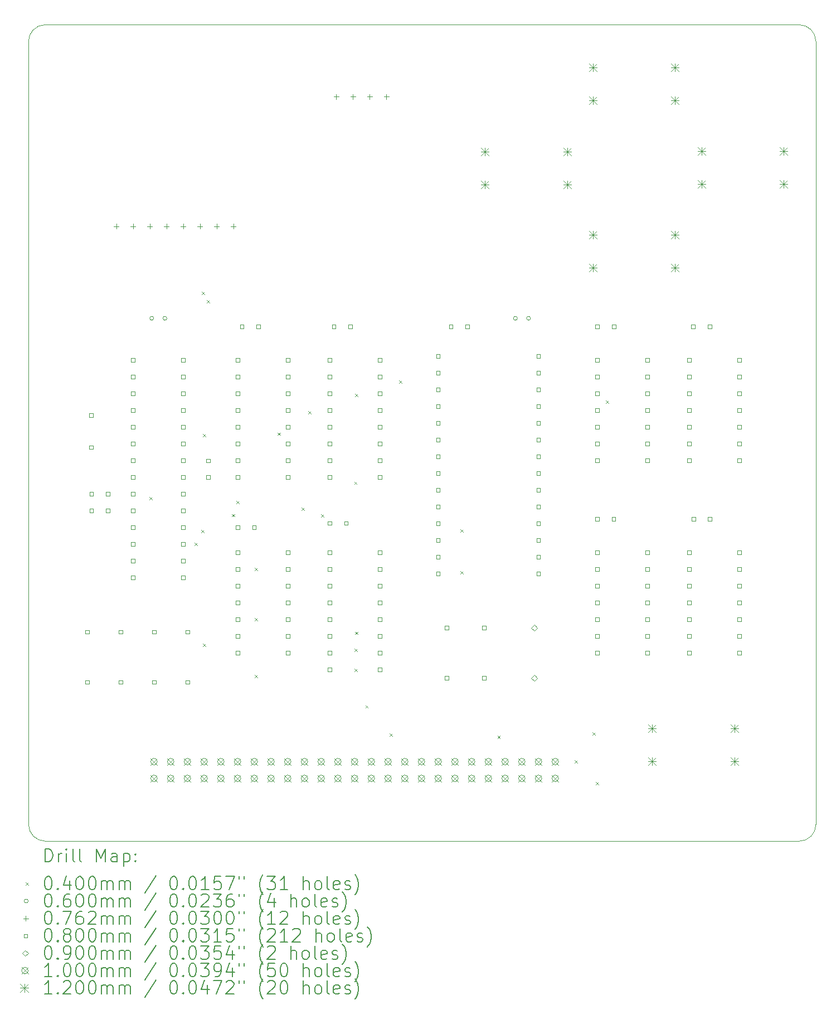
<source format=gbr>
%FSLAX45Y45*%
G04 Gerber Fmt 4.5, Leading zero omitted, Abs format (unit mm)*
G04 Created by KiCad (PCBNEW (6.0.2-0)) date 2023-05-16 15:48:21*
%MOMM*%
%LPD*%
G01*
G04 APERTURE LIST*
%TA.AperFunction,Profile*%
%ADD10C,0.100000*%
%TD*%
%ADD11C,0.200000*%
%ADD12C,0.040000*%
%ADD13C,0.060000*%
%ADD14C,0.076200*%
%ADD15C,0.080000*%
%ADD16C,0.090000*%
%ADD17C,0.100000*%
%ADD18C,0.120000*%
G04 APERTURE END LIST*
D10*
X4064000Y-3418105D02*
G75*
G03*
X3810000Y-3672105I0J-254000D01*
G01*
X15771495Y-3672105D02*
X15771495Y-15557500D01*
X3810000Y-15557500D02*
G75*
G03*
X4064000Y-15811500I254000J0D01*
G01*
X15517495Y-15811500D02*
G75*
G03*
X15771495Y-15557500I0J254000D01*
G01*
X4064000Y-15811500D02*
X15517495Y-15811500D01*
X3810000Y-3672105D02*
X3810000Y-15557500D01*
X15771495Y-3672105D02*
G75*
G03*
X15517495Y-3418105I-254000J0D01*
G01*
X15517495Y-3418105D02*
X4064000Y-3418105D01*
D11*
D12*
X5646050Y-10584500D02*
X5686050Y-10624500D01*
X5686050Y-10584500D02*
X5646050Y-10624500D01*
X6330000Y-11283000D02*
X6370000Y-11323000D01*
X6370000Y-11283000D02*
X6330000Y-11323000D01*
X6432720Y-11086310D02*
X6472720Y-11126310D01*
X6472720Y-11086310D02*
X6432720Y-11126310D01*
X6442450Y-7473000D02*
X6482450Y-7513000D01*
X6482450Y-7473000D02*
X6442450Y-7513000D01*
X6457000Y-9632000D02*
X6497000Y-9672000D01*
X6497000Y-9632000D02*
X6457000Y-9672000D01*
X6457000Y-12813610D02*
X6497000Y-12853610D01*
X6497000Y-12813610D02*
X6457000Y-12853610D01*
X6520500Y-7600000D02*
X6560500Y-7640000D01*
X6560500Y-7600000D02*
X6520500Y-7640000D01*
X6897990Y-10844650D02*
X6937990Y-10884650D01*
X6937990Y-10844650D02*
X6897990Y-10884650D01*
X6965000Y-10648000D02*
X7005000Y-10688000D01*
X7005000Y-10648000D02*
X6965000Y-10688000D01*
X7244400Y-11664000D02*
X7284400Y-11704000D01*
X7284400Y-11664000D02*
X7244400Y-11704000D01*
X7244400Y-12426000D02*
X7284400Y-12466000D01*
X7284400Y-12426000D02*
X7244400Y-12466000D01*
X7244400Y-13289600D02*
X7284400Y-13329600D01*
X7284400Y-13289600D02*
X7244400Y-13329600D01*
X7596800Y-9610370D02*
X7636800Y-9650370D01*
X7636800Y-9610370D02*
X7596800Y-9650370D01*
X7955600Y-10749600D02*
X7995600Y-10789600D01*
X7995600Y-10749600D02*
X7955600Y-10789600D01*
X8057300Y-9281410D02*
X8097300Y-9321410D01*
X8097300Y-9281410D02*
X8057300Y-9321410D01*
X8257470Y-10850850D02*
X8297470Y-10890850D01*
X8297470Y-10850850D02*
X8257470Y-10890850D01*
X8758940Y-10355410D02*
X8798940Y-10395410D01*
X8798940Y-10355410D02*
X8758940Y-10395410D01*
X8764010Y-12887590D02*
X8804010Y-12927590D01*
X8804010Y-12887590D02*
X8764010Y-12927590D01*
X8764010Y-13192390D02*
X8804010Y-13232390D01*
X8804010Y-13192390D02*
X8764010Y-13232390D01*
X8768400Y-12631050D02*
X8808400Y-12671050D01*
X8808400Y-12631050D02*
X8768400Y-12671050D01*
X8773330Y-9018670D02*
X8813330Y-9058670D01*
X8813330Y-9018670D02*
X8773330Y-9058670D01*
X8927390Y-13749000D02*
X8967390Y-13789000D01*
X8967390Y-13749000D02*
X8927390Y-13789000D01*
X9296870Y-14175220D02*
X9336870Y-14215220D01*
X9336870Y-14175220D02*
X9296870Y-14215220D01*
X9439170Y-8819570D02*
X9479170Y-8859570D01*
X9479170Y-8819570D02*
X9439170Y-8859570D01*
X10370450Y-11079800D02*
X10410450Y-11119800D01*
X10410450Y-11079800D02*
X10370450Y-11119800D01*
X10370450Y-11714800D02*
X10410450Y-11754800D01*
X10410450Y-11714800D02*
X10370450Y-11754800D01*
X10933440Y-14214240D02*
X10973440Y-14254240D01*
X10973440Y-14214240D02*
X10933440Y-14254240D01*
X12108500Y-14585000D02*
X12148500Y-14625000D01*
X12148500Y-14585000D02*
X12108500Y-14625000D01*
X12375200Y-14159050D02*
X12415200Y-14199050D01*
X12415200Y-14159050D02*
X12375200Y-14199050D01*
X12426000Y-14915200D02*
X12466000Y-14955200D01*
X12466000Y-14915200D02*
X12426000Y-14955200D01*
X12578400Y-9124000D02*
X12618400Y-9164000D01*
X12618400Y-9124000D02*
X12578400Y-9164000D01*
D13*
X5711240Y-7874000D02*
G75*
G03*
X5711240Y-7874000I-30000J0D01*
G01*
X5911240Y-7874000D02*
G75*
G03*
X5911240Y-7874000I-30000J0D01*
G01*
X11235740Y-7874000D02*
G75*
G03*
X11235740Y-7874000I-30000J0D01*
G01*
X11435740Y-7874000D02*
G75*
G03*
X11435740Y-7874000I-30000J0D01*
G01*
D14*
X5143500Y-6438900D02*
X5143500Y-6515100D01*
X5105400Y-6477000D02*
X5181600Y-6477000D01*
X5397500Y-6438900D02*
X5397500Y-6515100D01*
X5359400Y-6477000D02*
X5435600Y-6477000D01*
X5651500Y-6438900D02*
X5651500Y-6515100D01*
X5613400Y-6477000D02*
X5689600Y-6477000D01*
X5905500Y-6438900D02*
X5905500Y-6515100D01*
X5867400Y-6477000D02*
X5943600Y-6477000D01*
X6159500Y-6438900D02*
X6159500Y-6515100D01*
X6121400Y-6477000D02*
X6197600Y-6477000D01*
X6413500Y-6438900D02*
X6413500Y-6515100D01*
X6375400Y-6477000D02*
X6451600Y-6477000D01*
X6667500Y-6438900D02*
X6667500Y-6515100D01*
X6629400Y-6477000D02*
X6705600Y-6477000D01*
X6921500Y-6438900D02*
X6921500Y-6515100D01*
X6883400Y-6477000D02*
X6959600Y-6477000D01*
X8483600Y-4470400D02*
X8483600Y-4546600D01*
X8445500Y-4508500D02*
X8521700Y-4508500D01*
X8737600Y-4470400D02*
X8737600Y-4546600D01*
X8699500Y-4508500D02*
X8775700Y-4508500D01*
X8991600Y-4470400D02*
X8991600Y-4546600D01*
X8953500Y-4508500D02*
X9029700Y-4508500D01*
X9245600Y-4470400D02*
X9245600Y-4546600D01*
X9207500Y-4508500D02*
X9283700Y-4508500D01*
D15*
X4727285Y-12664784D02*
X4727285Y-12608215D01*
X4670716Y-12608215D01*
X4670716Y-12664784D01*
X4727285Y-12664784D01*
X4727285Y-13426784D02*
X4727285Y-13370215D01*
X4670716Y-13370215D01*
X4670716Y-13426784D01*
X4727285Y-13426784D01*
X4790785Y-9371785D02*
X4790785Y-9315216D01*
X4734216Y-9315216D01*
X4734216Y-9371785D01*
X4790785Y-9371785D01*
X4790785Y-9861785D02*
X4790785Y-9805216D01*
X4734216Y-9805216D01*
X4734216Y-9861785D01*
X4790785Y-9861785D01*
X4792785Y-10569285D02*
X4792785Y-10512716D01*
X4736216Y-10512716D01*
X4736216Y-10569285D01*
X4792785Y-10569285D01*
X4792785Y-10823285D02*
X4792785Y-10766716D01*
X4736216Y-10766716D01*
X4736216Y-10823285D01*
X4792785Y-10823285D01*
X5042785Y-10569285D02*
X5042785Y-10512716D01*
X4986216Y-10512716D01*
X4986216Y-10569285D01*
X5042785Y-10569285D01*
X5042785Y-10823285D02*
X5042785Y-10766716D01*
X4986216Y-10766716D01*
X4986216Y-10823285D01*
X5042785Y-10823285D01*
X5235285Y-12664784D02*
X5235285Y-12608215D01*
X5178716Y-12608215D01*
X5178716Y-12664784D01*
X5235285Y-12664784D01*
X5235285Y-13426784D02*
X5235285Y-13370215D01*
X5178716Y-13370215D01*
X5178716Y-13426784D01*
X5235285Y-13426784D01*
X5426785Y-8538285D02*
X5426785Y-8481716D01*
X5370216Y-8481716D01*
X5370216Y-8538285D01*
X5426785Y-8538285D01*
X5426785Y-8792285D02*
X5426785Y-8735716D01*
X5370216Y-8735716D01*
X5370216Y-8792285D01*
X5426785Y-8792285D01*
X5426785Y-9046285D02*
X5426785Y-8989716D01*
X5370216Y-8989716D01*
X5370216Y-9046285D01*
X5426785Y-9046285D01*
X5426785Y-9300285D02*
X5426785Y-9243716D01*
X5370216Y-9243716D01*
X5370216Y-9300285D01*
X5426785Y-9300285D01*
X5426785Y-9554285D02*
X5426785Y-9497716D01*
X5370216Y-9497716D01*
X5370216Y-9554285D01*
X5426785Y-9554285D01*
X5426785Y-9808285D02*
X5426785Y-9751716D01*
X5370216Y-9751716D01*
X5370216Y-9808285D01*
X5426785Y-9808285D01*
X5426785Y-10062285D02*
X5426785Y-10005716D01*
X5370216Y-10005716D01*
X5370216Y-10062285D01*
X5426785Y-10062285D01*
X5426785Y-10316285D02*
X5426785Y-10259716D01*
X5370216Y-10259716D01*
X5370216Y-10316285D01*
X5426785Y-10316285D01*
X5426785Y-10570285D02*
X5426785Y-10513716D01*
X5370216Y-10513716D01*
X5370216Y-10570285D01*
X5426785Y-10570285D01*
X5426785Y-10824285D02*
X5426785Y-10767716D01*
X5370216Y-10767716D01*
X5370216Y-10824285D01*
X5426785Y-10824285D01*
X5426785Y-11078285D02*
X5426785Y-11021716D01*
X5370216Y-11021716D01*
X5370216Y-11078285D01*
X5426785Y-11078285D01*
X5426785Y-11332284D02*
X5426785Y-11275715D01*
X5370216Y-11275715D01*
X5370216Y-11332284D01*
X5426785Y-11332284D01*
X5426785Y-11586284D02*
X5426785Y-11529715D01*
X5370216Y-11529715D01*
X5370216Y-11586284D01*
X5426785Y-11586284D01*
X5426785Y-11840284D02*
X5426785Y-11783715D01*
X5370216Y-11783715D01*
X5370216Y-11840284D01*
X5426785Y-11840284D01*
X5743284Y-12664784D02*
X5743284Y-12608215D01*
X5686715Y-12608215D01*
X5686715Y-12664784D01*
X5743284Y-12664784D01*
X5743284Y-13426784D02*
X5743284Y-13370215D01*
X5686715Y-13370215D01*
X5686715Y-13426784D01*
X5743284Y-13426784D01*
X6188784Y-8538285D02*
X6188784Y-8481716D01*
X6132215Y-8481716D01*
X6132215Y-8538285D01*
X6188784Y-8538285D01*
X6188784Y-8792285D02*
X6188784Y-8735716D01*
X6132215Y-8735716D01*
X6132215Y-8792285D01*
X6188784Y-8792285D01*
X6188784Y-9046285D02*
X6188784Y-8989716D01*
X6132215Y-8989716D01*
X6132215Y-9046285D01*
X6188784Y-9046285D01*
X6188784Y-9300285D02*
X6188784Y-9243716D01*
X6132215Y-9243716D01*
X6132215Y-9300285D01*
X6188784Y-9300285D01*
X6188784Y-9554285D02*
X6188784Y-9497716D01*
X6132215Y-9497716D01*
X6132215Y-9554285D01*
X6188784Y-9554285D01*
X6188784Y-9808285D02*
X6188784Y-9751716D01*
X6132215Y-9751716D01*
X6132215Y-9808285D01*
X6188784Y-9808285D01*
X6188784Y-10062285D02*
X6188784Y-10005716D01*
X6132215Y-10005716D01*
X6132215Y-10062285D01*
X6188784Y-10062285D01*
X6188784Y-10316285D02*
X6188784Y-10259716D01*
X6132215Y-10259716D01*
X6132215Y-10316285D01*
X6188784Y-10316285D01*
X6188784Y-10570285D02*
X6188784Y-10513716D01*
X6132215Y-10513716D01*
X6132215Y-10570285D01*
X6188784Y-10570285D01*
X6188784Y-10824285D02*
X6188784Y-10767716D01*
X6132215Y-10767716D01*
X6132215Y-10824285D01*
X6188784Y-10824285D01*
X6188784Y-11078285D02*
X6188784Y-11021716D01*
X6132215Y-11021716D01*
X6132215Y-11078285D01*
X6188784Y-11078285D01*
X6188784Y-11332284D02*
X6188784Y-11275715D01*
X6132215Y-11275715D01*
X6132215Y-11332284D01*
X6188784Y-11332284D01*
X6188784Y-11586284D02*
X6188784Y-11529715D01*
X6132215Y-11529715D01*
X6132215Y-11586284D01*
X6188784Y-11586284D01*
X6188784Y-11840284D02*
X6188784Y-11783715D01*
X6132215Y-11783715D01*
X6132215Y-11840284D01*
X6188784Y-11840284D01*
X6251284Y-12664784D02*
X6251284Y-12608215D01*
X6194715Y-12608215D01*
X6194715Y-12664784D01*
X6251284Y-12664784D01*
X6251284Y-13426784D02*
X6251284Y-13370215D01*
X6194715Y-13370215D01*
X6194715Y-13426784D01*
X6251284Y-13426784D01*
X6568784Y-10063285D02*
X6568784Y-10006716D01*
X6512215Y-10006716D01*
X6512215Y-10063285D01*
X6568784Y-10063285D01*
X6568784Y-10313285D02*
X6568784Y-10256716D01*
X6512215Y-10256716D01*
X6512215Y-10313285D01*
X6568784Y-10313285D01*
X7013284Y-8537285D02*
X7013284Y-8480716D01*
X6956715Y-8480716D01*
X6956715Y-8537285D01*
X7013284Y-8537285D01*
X7013284Y-8791285D02*
X7013284Y-8734716D01*
X6956715Y-8734716D01*
X6956715Y-8791285D01*
X7013284Y-8791285D01*
X7013284Y-9045285D02*
X7013284Y-8988716D01*
X6956715Y-8988716D01*
X6956715Y-9045285D01*
X7013284Y-9045285D01*
X7013284Y-9299285D02*
X7013284Y-9242716D01*
X6956715Y-9242716D01*
X6956715Y-9299285D01*
X7013284Y-9299285D01*
X7013284Y-9553285D02*
X7013284Y-9496716D01*
X6956715Y-9496716D01*
X6956715Y-9553285D01*
X7013284Y-9553285D01*
X7013284Y-9807285D02*
X7013284Y-9750716D01*
X6956715Y-9750716D01*
X6956715Y-9807285D01*
X7013284Y-9807285D01*
X7013284Y-10061285D02*
X7013284Y-10004716D01*
X6956715Y-10004716D01*
X6956715Y-10061285D01*
X7013284Y-10061285D01*
X7013284Y-10315285D02*
X7013284Y-10258716D01*
X6956715Y-10258716D01*
X6956715Y-10315285D01*
X7013284Y-10315285D01*
X7013284Y-11458284D02*
X7013284Y-11401715D01*
X6956715Y-11401715D01*
X6956715Y-11458284D01*
X7013284Y-11458284D01*
X7013284Y-11712284D02*
X7013284Y-11655715D01*
X6956715Y-11655715D01*
X6956715Y-11712284D01*
X7013284Y-11712284D01*
X7013284Y-11966284D02*
X7013284Y-11909715D01*
X6956715Y-11909715D01*
X6956715Y-11966284D01*
X7013284Y-11966284D01*
X7013284Y-12220284D02*
X7013284Y-12163715D01*
X6956715Y-12163715D01*
X6956715Y-12220284D01*
X7013284Y-12220284D01*
X7013284Y-12474284D02*
X7013284Y-12417715D01*
X6956715Y-12417715D01*
X6956715Y-12474284D01*
X7013284Y-12474284D01*
X7013284Y-12728284D02*
X7013284Y-12671715D01*
X6956715Y-12671715D01*
X6956715Y-12728284D01*
X7013284Y-12728284D01*
X7013284Y-12982284D02*
X7013284Y-12925715D01*
X6956715Y-12925715D01*
X6956715Y-12982284D01*
X7013284Y-12982284D01*
X7015284Y-11077285D02*
X7015284Y-11020716D01*
X6958715Y-11020716D01*
X6958715Y-11077285D01*
X7015284Y-11077285D01*
X7078784Y-8029284D02*
X7078784Y-7972715D01*
X7022215Y-7972715D01*
X7022215Y-8029284D01*
X7078784Y-8029284D01*
X7265284Y-11077285D02*
X7265284Y-11020716D01*
X7208715Y-11020716D01*
X7208715Y-11077285D01*
X7265284Y-11077285D01*
X7328784Y-8029284D02*
X7328784Y-7972715D01*
X7272215Y-7972715D01*
X7272215Y-8029284D01*
X7328784Y-8029284D01*
X7775284Y-8537285D02*
X7775284Y-8480716D01*
X7718715Y-8480716D01*
X7718715Y-8537285D01*
X7775284Y-8537285D01*
X7775284Y-8791285D02*
X7775284Y-8734716D01*
X7718715Y-8734716D01*
X7718715Y-8791285D01*
X7775284Y-8791285D01*
X7775284Y-9045285D02*
X7775284Y-8988716D01*
X7718715Y-8988716D01*
X7718715Y-9045285D01*
X7775284Y-9045285D01*
X7775284Y-9299285D02*
X7775284Y-9242716D01*
X7718715Y-9242716D01*
X7718715Y-9299285D01*
X7775284Y-9299285D01*
X7775284Y-9553285D02*
X7775284Y-9496716D01*
X7718715Y-9496716D01*
X7718715Y-9553285D01*
X7775284Y-9553285D01*
X7775284Y-9807285D02*
X7775284Y-9750716D01*
X7718715Y-9750716D01*
X7718715Y-9807285D01*
X7775284Y-9807285D01*
X7775284Y-10061285D02*
X7775284Y-10004716D01*
X7718715Y-10004716D01*
X7718715Y-10061285D01*
X7775284Y-10061285D01*
X7775284Y-10315285D02*
X7775284Y-10258716D01*
X7718715Y-10258716D01*
X7718715Y-10315285D01*
X7775284Y-10315285D01*
X7775284Y-11458284D02*
X7775284Y-11401715D01*
X7718715Y-11401715D01*
X7718715Y-11458284D01*
X7775284Y-11458284D01*
X7775284Y-11712284D02*
X7775284Y-11655715D01*
X7718715Y-11655715D01*
X7718715Y-11712284D01*
X7775284Y-11712284D01*
X7775284Y-11966284D02*
X7775284Y-11909715D01*
X7718715Y-11909715D01*
X7718715Y-11966284D01*
X7775284Y-11966284D01*
X7775284Y-12220284D02*
X7775284Y-12163715D01*
X7718715Y-12163715D01*
X7718715Y-12220284D01*
X7775284Y-12220284D01*
X7775284Y-12474284D02*
X7775284Y-12417715D01*
X7718715Y-12417715D01*
X7718715Y-12474284D01*
X7775284Y-12474284D01*
X7775284Y-12728284D02*
X7775284Y-12671715D01*
X7718715Y-12671715D01*
X7718715Y-12728284D01*
X7775284Y-12728284D01*
X7775284Y-12982284D02*
X7775284Y-12925715D01*
X7718715Y-12925715D01*
X7718715Y-12982284D01*
X7775284Y-12982284D01*
X8410285Y-8537285D02*
X8410285Y-8480716D01*
X8353715Y-8480716D01*
X8353715Y-8537285D01*
X8410285Y-8537285D01*
X8410285Y-8791285D02*
X8410285Y-8734716D01*
X8353715Y-8734716D01*
X8353715Y-8791285D01*
X8410285Y-8791285D01*
X8410285Y-9045285D02*
X8410285Y-8988716D01*
X8353715Y-8988716D01*
X8353715Y-9045285D01*
X8410285Y-9045285D01*
X8410285Y-9299285D02*
X8410285Y-9242716D01*
X8353715Y-9242716D01*
X8353715Y-9299285D01*
X8410285Y-9299285D01*
X8410285Y-9553285D02*
X8410285Y-9496716D01*
X8353715Y-9496716D01*
X8353715Y-9553285D01*
X8410285Y-9553285D01*
X8410285Y-9807285D02*
X8410285Y-9750716D01*
X8353715Y-9750716D01*
X8353715Y-9807285D01*
X8410285Y-9807285D01*
X8410285Y-10061285D02*
X8410285Y-10004716D01*
X8353715Y-10004716D01*
X8353715Y-10061285D01*
X8410285Y-10061285D01*
X8410285Y-10315285D02*
X8410285Y-10258716D01*
X8353715Y-10258716D01*
X8353715Y-10315285D01*
X8410285Y-10315285D01*
X8410285Y-11458284D02*
X8410285Y-11401715D01*
X8353715Y-11401715D01*
X8353715Y-11458284D01*
X8410285Y-11458284D01*
X8410285Y-11712284D02*
X8410285Y-11655715D01*
X8353715Y-11655715D01*
X8353715Y-11712284D01*
X8410285Y-11712284D01*
X8410285Y-11966284D02*
X8410285Y-11909715D01*
X8353715Y-11909715D01*
X8353715Y-11966284D01*
X8410285Y-11966284D01*
X8410285Y-12220284D02*
X8410285Y-12163715D01*
X8353715Y-12163715D01*
X8353715Y-12220284D01*
X8410285Y-12220284D01*
X8410285Y-12474284D02*
X8410285Y-12417715D01*
X8353715Y-12417715D01*
X8353715Y-12474284D01*
X8410285Y-12474284D01*
X8410285Y-12728284D02*
X8410285Y-12671715D01*
X8353715Y-12671715D01*
X8353715Y-12728284D01*
X8410285Y-12728284D01*
X8410285Y-12982284D02*
X8410285Y-12925715D01*
X8353715Y-12925715D01*
X8353715Y-12982284D01*
X8410285Y-12982284D01*
X8410285Y-13236284D02*
X8410285Y-13179715D01*
X8353715Y-13179715D01*
X8353715Y-13236284D01*
X8410285Y-13236284D01*
X8412285Y-11013785D02*
X8412285Y-10957216D01*
X8355715Y-10957216D01*
X8355715Y-11013785D01*
X8412285Y-11013785D01*
X8475785Y-8029284D02*
X8475785Y-7972715D01*
X8419216Y-7972715D01*
X8419216Y-8029284D01*
X8475785Y-8029284D01*
X8662285Y-11013785D02*
X8662285Y-10957216D01*
X8605716Y-10957216D01*
X8605716Y-11013785D01*
X8662285Y-11013785D01*
X8725785Y-8029284D02*
X8725785Y-7972715D01*
X8669216Y-7972715D01*
X8669216Y-8029284D01*
X8725785Y-8029284D01*
X9172285Y-8537285D02*
X9172285Y-8480716D01*
X9115716Y-8480716D01*
X9115716Y-8537285D01*
X9172285Y-8537285D01*
X9172285Y-8791285D02*
X9172285Y-8734716D01*
X9115716Y-8734716D01*
X9115716Y-8791285D01*
X9172285Y-8791285D01*
X9172285Y-9045285D02*
X9172285Y-8988716D01*
X9115716Y-8988716D01*
X9115716Y-9045285D01*
X9172285Y-9045285D01*
X9172285Y-9299285D02*
X9172285Y-9242716D01*
X9115716Y-9242716D01*
X9115716Y-9299285D01*
X9172285Y-9299285D01*
X9172285Y-9553285D02*
X9172285Y-9496716D01*
X9115716Y-9496716D01*
X9115716Y-9553285D01*
X9172285Y-9553285D01*
X9172285Y-9807285D02*
X9172285Y-9750716D01*
X9115716Y-9750716D01*
X9115716Y-9807285D01*
X9172285Y-9807285D01*
X9172285Y-10061285D02*
X9172285Y-10004716D01*
X9115716Y-10004716D01*
X9115716Y-10061285D01*
X9172285Y-10061285D01*
X9172285Y-10315285D02*
X9172285Y-10258716D01*
X9115716Y-10258716D01*
X9115716Y-10315285D01*
X9172285Y-10315285D01*
X9172285Y-11458284D02*
X9172285Y-11401715D01*
X9115716Y-11401715D01*
X9115716Y-11458284D01*
X9172285Y-11458284D01*
X9172285Y-11712284D02*
X9172285Y-11655715D01*
X9115716Y-11655715D01*
X9115716Y-11712284D01*
X9172285Y-11712284D01*
X9172285Y-11966284D02*
X9172285Y-11909715D01*
X9115716Y-11909715D01*
X9115716Y-11966284D01*
X9172285Y-11966284D01*
X9172285Y-12220284D02*
X9172285Y-12163715D01*
X9115716Y-12163715D01*
X9115716Y-12220284D01*
X9172285Y-12220284D01*
X9172285Y-12474284D02*
X9172285Y-12417715D01*
X9115716Y-12417715D01*
X9115716Y-12474284D01*
X9172285Y-12474284D01*
X9172285Y-12728284D02*
X9172285Y-12671715D01*
X9115716Y-12671715D01*
X9115716Y-12728284D01*
X9172285Y-12728284D01*
X9172285Y-12982284D02*
X9172285Y-12925715D01*
X9115716Y-12925715D01*
X9115716Y-12982284D01*
X9172285Y-12982284D01*
X9172285Y-13236284D02*
X9172285Y-13179715D01*
X9115716Y-13179715D01*
X9115716Y-13236284D01*
X9172285Y-13236284D01*
X10060785Y-8474785D02*
X10060785Y-8418216D01*
X10004216Y-8418216D01*
X10004216Y-8474785D01*
X10060785Y-8474785D01*
X10060785Y-8728785D02*
X10060785Y-8672216D01*
X10004216Y-8672216D01*
X10004216Y-8728785D01*
X10060785Y-8728785D01*
X10060785Y-8982785D02*
X10060785Y-8926216D01*
X10004216Y-8926216D01*
X10004216Y-8982785D01*
X10060785Y-8982785D01*
X10060785Y-9236785D02*
X10060785Y-9180216D01*
X10004216Y-9180216D01*
X10004216Y-9236785D01*
X10060785Y-9236785D01*
X10060785Y-9490785D02*
X10060785Y-9434216D01*
X10004216Y-9434216D01*
X10004216Y-9490785D01*
X10060785Y-9490785D01*
X10060785Y-9744785D02*
X10060785Y-9688216D01*
X10004216Y-9688216D01*
X10004216Y-9744785D01*
X10060785Y-9744785D01*
X10060785Y-9998785D02*
X10060785Y-9942216D01*
X10004216Y-9942216D01*
X10004216Y-9998785D01*
X10060785Y-9998785D01*
X10060785Y-10252785D02*
X10060785Y-10196216D01*
X10004216Y-10196216D01*
X10004216Y-10252785D01*
X10060785Y-10252785D01*
X10060785Y-10506785D02*
X10060785Y-10450216D01*
X10004216Y-10450216D01*
X10004216Y-10506785D01*
X10060785Y-10506785D01*
X10060785Y-10760785D02*
X10060785Y-10704216D01*
X10004216Y-10704216D01*
X10004216Y-10760785D01*
X10060785Y-10760785D01*
X10060785Y-11014785D02*
X10060785Y-10958216D01*
X10004216Y-10958216D01*
X10004216Y-11014785D01*
X10060785Y-11014785D01*
X10060785Y-11268784D02*
X10060785Y-11212215D01*
X10004216Y-11212215D01*
X10004216Y-11268784D01*
X10060785Y-11268784D01*
X10060785Y-11522784D02*
X10060785Y-11466215D01*
X10004216Y-11466215D01*
X10004216Y-11522784D01*
X10060785Y-11522784D01*
X10060785Y-11776784D02*
X10060785Y-11720215D01*
X10004216Y-11720215D01*
X10004216Y-11776784D01*
X10060785Y-11776784D01*
X10188285Y-12601284D02*
X10188285Y-12544715D01*
X10131716Y-12544715D01*
X10131716Y-12601284D01*
X10188285Y-12601284D01*
X10188285Y-13363284D02*
X10188285Y-13306715D01*
X10131716Y-13306715D01*
X10131716Y-13363284D01*
X10188285Y-13363284D01*
X10253785Y-8029284D02*
X10253785Y-7972715D01*
X10197216Y-7972715D01*
X10197216Y-8029284D01*
X10253785Y-8029284D01*
X10503785Y-8029284D02*
X10503785Y-7972715D01*
X10447216Y-7972715D01*
X10447216Y-8029284D01*
X10503785Y-8029284D01*
X10759785Y-12601284D02*
X10759785Y-12544715D01*
X10703216Y-12544715D01*
X10703216Y-12601284D01*
X10759785Y-12601284D01*
X10759785Y-13363284D02*
X10759785Y-13306715D01*
X10703216Y-13306715D01*
X10703216Y-13363284D01*
X10759785Y-13363284D01*
X11584784Y-8474785D02*
X11584784Y-8418216D01*
X11528215Y-8418216D01*
X11528215Y-8474785D01*
X11584784Y-8474785D01*
X11584784Y-8728785D02*
X11584784Y-8672216D01*
X11528215Y-8672216D01*
X11528215Y-8728785D01*
X11584784Y-8728785D01*
X11584784Y-8982785D02*
X11584784Y-8926216D01*
X11528215Y-8926216D01*
X11528215Y-8982785D01*
X11584784Y-8982785D01*
X11584784Y-9236785D02*
X11584784Y-9180216D01*
X11528215Y-9180216D01*
X11528215Y-9236785D01*
X11584784Y-9236785D01*
X11584784Y-9490785D02*
X11584784Y-9434216D01*
X11528215Y-9434216D01*
X11528215Y-9490785D01*
X11584784Y-9490785D01*
X11584784Y-9744785D02*
X11584784Y-9688216D01*
X11528215Y-9688216D01*
X11528215Y-9744785D01*
X11584784Y-9744785D01*
X11584784Y-9998785D02*
X11584784Y-9942216D01*
X11528215Y-9942216D01*
X11528215Y-9998785D01*
X11584784Y-9998785D01*
X11584784Y-10252785D02*
X11584784Y-10196216D01*
X11528215Y-10196216D01*
X11528215Y-10252785D01*
X11584784Y-10252785D01*
X11584784Y-10506785D02*
X11584784Y-10450216D01*
X11528215Y-10450216D01*
X11528215Y-10506785D01*
X11584784Y-10506785D01*
X11584784Y-10760785D02*
X11584784Y-10704216D01*
X11528215Y-10704216D01*
X11528215Y-10760785D01*
X11584784Y-10760785D01*
X11584784Y-11014785D02*
X11584784Y-10958216D01*
X11528215Y-10958216D01*
X11528215Y-11014785D01*
X11584784Y-11014785D01*
X11584784Y-11268784D02*
X11584784Y-11212215D01*
X11528215Y-11212215D01*
X11528215Y-11268784D01*
X11584784Y-11268784D01*
X11584784Y-11522784D02*
X11584784Y-11466215D01*
X11528215Y-11466215D01*
X11528215Y-11522784D01*
X11584784Y-11522784D01*
X11584784Y-11776784D02*
X11584784Y-11720215D01*
X11528215Y-11720215D01*
X11528215Y-11776784D01*
X11584784Y-11776784D01*
X12474284Y-8537285D02*
X12474284Y-8480716D01*
X12417715Y-8480716D01*
X12417715Y-8537285D01*
X12474284Y-8537285D01*
X12474284Y-8791285D02*
X12474284Y-8734716D01*
X12417715Y-8734716D01*
X12417715Y-8791285D01*
X12474284Y-8791285D01*
X12474284Y-9045285D02*
X12474284Y-8988716D01*
X12417715Y-8988716D01*
X12417715Y-9045285D01*
X12474284Y-9045285D01*
X12474284Y-9299285D02*
X12474284Y-9242716D01*
X12417715Y-9242716D01*
X12417715Y-9299285D01*
X12474284Y-9299285D01*
X12474284Y-9553285D02*
X12474284Y-9496716D01*
X12417715Y-9496716D01*
X12417715Y-9553285D01*
X12474284Y-9553285D01*
X12474284Y-9807285D02*
X12474284Y-9750716D01*
X12417715Y-9750716D01*
X12417715Y-9807285D01*
X12474284Y-9807285D01*
X12474284Y-10061285D02*
X12474284Y-10004716D01*
X12417715Y-10004716D01*
X12417715Y-10061285D01*
X12474284Y-10061285D01*
X12475284Y-11457784D02*
X12475284Y-11401215D01*
X12418715Y-11401215D01*
X12418715Y-11457784D01*
X12475284Y-11457784D01*
X12475284Y-11711784D02*
X12475284Y-11655215D01*
X12418715Y-11655215D01*
X12418715Y-11711784D01*
X12475284Y-11711784D01*
X12475284Y-11965784D02*
X12475284Y-11909215D01*
X12418715Y-11909215D01*
X12418715Y-11965784D01*
X12475284Y-11965784D01*
X12475284Y-12219784D02*
X12475284Y-12163215D01*
X12418715Y-12163215D01*
X12418715Y-12219784D01*
X12475284Y-12219784D01*
X12475284Y-12473784D02*
X12475284Y-12417215D01*
X12418715Y-12417215D01*
X12418715Y-12473784D01*
X12475284Y-12473784D01*
X12475284Y-12727784D02*
X12475284Y-12671215D01*
X12418715Y-12671215D01*
X12418715Y-12727784D01*
X12475284Y-12727784D01*
X12475284Y-12981784D02*
X12475284Y-12925215D01*
X12418715Y-12925215D01*
X12418715Y-12981784D01*
X12475284Y-12981784D01*
X12476284Y-10950285D02*
X12476284Y-10893716D01*
X12419715Y-10893716D01*
X12419715Y-10950285D01*
X12476284Y-10950285D01*
X12478284Y-8029284D02*
X12478284Y-7972715D01*
X12421715Y-7972715D01*
X12421715Y-8029284D01*
X12478284Y-8029284D01*
X12726284Y-10950285D02*
X12726284Y-10893716D01*
X12669715Y-10893716D01*
X12669715Y-10950285D01*
X12726284Y-10950285D01*
X12728284Y-8029284D02*
X12728284Y-7972715D01*
X12671715Y-7972715D01*
X12671715Y-8029284D01*
X12728284Y-8029284D01*
X13236284Y-8537285D02*
X13236284Y-8480716D01*
X13179715Y-8480716D01*
X13179715Y-8537285D01*
X13236284Y-8537285D01*
X13236284Y-8791285D02*
X13236284Y-8734716D01*
X13179715Y-8734716D01*
X13179715Y-8791285D01*
X13236284Y-8791285D01*
X13236284Y-9045285D02*
X13236284Y-8988716D01*
X13179715Y-8988716D01*
X13179715Y-9045285D01*
X13236284Y-9045285D01*
X13236284Y-9299285D02*
X13236284Y-9242716D01*
X13179715Y-9242716D01*
X13179715Y-9299285D01*
X13236284Y-9299285D01*
X13236284Y-9553285D02*
X13236284Y-9496716D01*
X13179715Y-9496716D01*
X13179715Y-9553285D01*
X13236284Y-9553285D01*
X13236284Y-9807285D02*
X13236284Y-9750716D01*
X13179715Y-9750716D01*
X13179715Y-9807285D01*
X13236284Y-9807285D01*
X13236284Y-10061285D02*
X13236284Y-10004716D01*
X13179715Y-10004716D01*
X13179715Y-10061285D01*
X13236284Y-10061285D01*
X13237284Y-11457784D02*
X13237284Y-11401215D01*
X13180715Y-11401215D01*
X13180715Y-11457784D01*
X13237284Y-11457784D01*
X13237284Y-11711784D02*
X13237284Y-11655215D01*
X13180715Y-11655215D01*
X13180715Y-11711784D01*
X13237284Y-11711784D01*
X13237284Y-11965784D02*
X13237284Y-11909215D01*
X13180715Y-11909215D01*
X13180715Y-11965784D01*
X13237284Y-11965784D01*
X13237284Y-12219784D02*
X13237284Y-12163215D01*
X13180715Y-12163215D01*
X13180715Y-12219784D01*
X13237284Y-12219784D01*
X13237284Y-12473784D02*
X13237284Y-12417215D01*
X13180715Y-12417215D01*
X13180715Y-12473784D01*
X13237284Y-12473784D01*
X13237284Y-12727784D02*
X13237284Y-12671215D01*
X13180715Y-12671215D01*
X13180715Y-12727784D01*
X13237284Y-12727784D01*
X13237284Y-12981784D02*
X13237284Y-12925215D01*
X13180715Y-12925215D01*
X13180715Y-12981784D01*
X13237284Y-12981784D01*
X13871284Y-8537285D02*
X13871284Y-8480716D01*
X13814715Y-8480716D01*
X13814715Y-8537285D01*
X13871284Y-8537285D01*
X13871284Y-8791285D02*
X13871284Y-8734716D01*
X13814715Y-8734716D01*
X13814715Y-8791285D01*
X13871284Y-8791285D01*
X13871284Y-9045285D02*
X13871284Y-8988716D01*
X13814715Y-8988716D01*
X13814715Y-9045285D01*
X13871284Y-9045285D01*
X13871284Y-9299285D02*
X13871284Y-9242716D01*
X13814715Y-9242716D01*
X13814715Y-9299285D01*
X13871284Y-9299285D01*
X13871284Y-9553285D02*
X13871284Y-9496716D01*
X13814715Y-9496716D01*
X13814715Y-9553285D01*
X13871284Y-9553285D01*
X13871284Y-9807285D02*
X13871284Y-9750716D01*
X13814715Y-9750716D01*
X13814715Y-9807285D01*
X13871284Y-9807285D01*
X13871284Y-10061285D02*
X13871284Y-10004716D01*
X13814715Y-10004716D01*
X13814715Y-10061285D01*
X13871284Y-10061285D01*
X13871284Y-11458284D02*
X13871284Y-11401715D01*
X13814715Y-11401715D01*
X13814715Y-11458284D01*
X13871284Y-11458284D01*
X13871284Y-11712284D02*
X13871284Y-11655715D01*
X13814715Y-11655715D01*
X13814715Y-11712284D01*
X13871284Y-11712284D01*
X13871284Y-11966284D02*
X13871284Y-11909715D01*
X13814715Y-11909715D01*
X13814715Y-11966284D01*
X13871284Y-11966284D01*
X13871284Y-12220284D02*
X13871284Y-12163715D01*
X13814715Y-12163715D01*
X13814715Y-12220284D01*
X13871284Y-12220284D01*
X13871284Y-12474284D02*
X13871284Y-12417715D01*
X13814715Y-12417715D01*
X13814715Y-12474284D01*
X13871284Y-12474284D01*
X13871284Y-12728284D02*
X13871284Y-12671715D01*
X13814715Y-12671715D01*
X13814715Y-12728284D01*
X13871284Y-12728284D01*
X13871284Y-12982284D02*
X13871284Y-12925715D01*
X13814715Y-12925715D01*
X13814715Y-12982284D01*
X13871284Y-12982284D01*
X13934784Y-8029284D02*
X13934784Y-7972715D01*
X13878215Y-7972715D01*
X13878215Y-8029284D01*
X13934784Y-8029284D01*
X13938784Y-10950285D02*
X13938784Y-10893716D01*
X13882215Y-10893716D01*
X13882215Y-10950285D01*
X13938784Y-10950285D01*
X14184784Y-8029284D02*
X14184784Y-7972715D01*
X14128215Y-7972715D01*
X14128215Y-8029284D01*
X14184784Y-8029284D01*
X14188784Y-10950285D02*
X14188784Y-10893716D01*
X14132215Y-10893716D01*
X14132215Y-10950285D01*
X14188784Y-10950285D01*
X14633284Y-8537285D02*
X14633284Y-8480716D01*
X14576715Y-8480716D01*
X14576715Y-8537285D01*
X14633284Y-8537285D01*
X14633284Y-8791285D02*
X14633284Y-8734716D01*
X14576715Y-8734716D01*
X14576715Y-8791285D01*
X14633284Y-8791285D01*
X14633284Y-9045285D02*
X14633284Y-8988716D01*
X14576715Y-8988716D01*
X14576715Y-9045285D01*
X14633284Y-9045285D01*
X14633284Y-9299285D02*
X14633284Y-9242716D01*
X14576715Y-9242716D01*
X14576715Y-9299285D01*
X14633284Y-9299285D01*
X14633284Y-9553285D02*
X14633284Y-9496716D01*
X14576715Y-9496716D01*
X14576715Y-9553285D01*
X14633284Y-9553285D01*
X14633284Y-9807285D02*
X14633284Y-9750716D01*
X14576715Y-9750716D01*
X14576715Y-9807285D01*
X14633284Y-9807285D01*
X14633284Y-10061285D02*
X14633284Y-10004716D01*
X14576715Y-10004716D01*
X14576715Y-10061285D01*
X14633284Y-10061285D01*
X14633284Y-11458284D02*
X14633284Y-11401715D01*
X14576715Y-11401715D01*
X14576715Y-11458284D01*
X14633284Y-11458284D01*
X14633284Y-11712284D02*
X14633284Y-11655715D01*
X14576715Y-11655715D01*
X14576715Y-11712284D01*
X14633284Y-11712284D01*
X14633284Y-11966284D02*
X14633284Y-11909715D01*
X14576715Y-11909715D01*
X14576715Y-11966284D01*
X14633284Y-11966284D01*
X14633284Y-12220284D02*
X14633284Y-12163715D01*
X14576715Y-12163715D01*
X14576715Y-12220284D01*
X14633284Y-12220284D01*
X14633284Y-12474284D02*
X14633284Y-12417715D01*
X14576715Y-12417715D01*
X14576715Y-12474284D01*
X14633284Y-12474284D01*
X14633284Y-12728284D02*
X14633284Y-12671715D01*
X14576715Y-12671715D01*
X14576715Y-12728284D01*
X14633284Y-12728284D01*
X14633284Y-12982284D02*
X14633284Y-12925715D01*
X14576715Y-12925715D01*
X14576715Y-12982284D01*
X14633284Y-12982284D01*
D16*
X11493500Y-12618000D02*
X11538500Y-12573000D01*
X11493500Y-12528000D01*
X11448500Y-12573000D01*
X11493500Y-12618000D01*
X11493500Y-13380000D02*
X11538500Y-13335000D01*
X11493500Y-13290000D01*
X11448500Y-13335000D01*
X11493500Y-13380000D01*
D17*
X5665000Y-14555000D02*
X5765000Y-14655000D01*
X5765000Y-14555000D02*
X5665000Y-14655000D01*
X5765000Y-14605000D02*
G75*
G03*
X5765000Y-14605000I-50000J0D01*
G01*
X5665000Y-14809000D02*
X5765000Y-14909000D01*
X5765000Y-14809000D02*
X5665000Y-14909000D01*
X5765000Y-14859000D02*
G75*
G03*
X5765000Y-14859000I-50000J0D01*
G01*
X5919000Y-14555000D02*
X6019000Y-14655000D01*
X6019000Y-14555000D02*
X5919000Y-14655000D01*
X6019000Y-14605000D02*
G75*
G03*
X6019000Y-14605000I-50000J0D01*
G01*
X5919000Y-14809000D02*
X6019000Y-14909000D01*
X6019000Y-14809000D02*
X5919000Y-14909000D01*
X6019000Y-14859000D02*
G75*
G03*
X6019000Y-14859000I-50000J0D01*
G01*
X6173000Y-14555000D02*
X6273000Y-14655000D01*
X6273000Y-14555000D02*
X6173000Y-14655000D01*
X6273000Y-14605000D02*
G75*
G03*
X6273000Y-14605000I-50000J0D01*
G01*
X6173000Y-14809000D02*
X6273000Y-14909000D01*
X6273000Y-14809000D02*
X6173000Y-14909000D01*
X6273000Y-14859000D02*
G75*
G03*
X6273000Y-14859000I-50000J0D01*
G01*
X6427000Y-14555000D02*
X6527000Y-14655000D01*
X6527000Y-14555000D02*
X6427000Y-14655000D01*
X6527000Y-14605000D02*
G75*
G03*
X6527000Y-14605000I-50000J0D01*
G01*
X6427000Y-14809000D02*
X6527000Y-14909000D01*
X6527000Y-14809000D02*
X6427000Y-14909000D01*
X6527000Y-14859000D02*
G75*
G03*
X6527000Y-14859000I-50000J0D01*
G01*
X6681000Y-14555000D02*
X6781000Y-14655000D01*
X6781000Y-14555000D02*
X6681000Y-14655000D01*
X6781000Y-14605000D02*
G75*
G03*
X6781000Y-14605000I-50000J0D01*
G01*
X6681000Y-14809000D02*
X6781000Y-14909000D01*
X6781000Y-14809000D02*
X6681000Y-14909000D01*
X6781000Y-14859000D02*
G75*
G03*
X6781000Y-14859000I-50000J0D01*
G01*
X6935000Y-14555000D02*
X7035000Y-14655000D01*
X7035000Y-14555000D02*
X6935000Y-14655000D01*
X7035000Y-14605000D02*
G75*
G03*
X7035000Y-14605000I-50000J0D01*
G01*
X6935000Y-14809000D02*
X7035000Y-14909000D01*
X7035000Y-14809000D02*
X6935000Y-14909000D01*
X7035000Y-14859000D02*
G75*
G03*
X7035000Y-14859000I-50000J0D01*
G01*
X7189000Y-14555000D02*
X7289000Y-14655000D01*
X7289000Y-14555000D02*
X7189000Y-14655000D01*
X7289000Y-14605000D02*
G75*
G03*
X7289000Y-14605000I-50000J0D01*
G01*
X7189000Y-14809000D02*
X7289000Y-14909000D01*
X7289000Y-14809000D02*
X7189000Y-14909000D01*
X7289000Y-14859000D02*
G75*
G03*
X7289000Y-14859000I-50000J0D01*
G01*
X7443000Y-14555000D02*
X7543000Y-14655000D01*
X7543000Y-14555000D02*
X7443000Y-14655000D01*
X7543000Y-14605000D02*
G75*
G03*
X7543000Y-14605000I-50000J0D01*
G01*
X7443000Y-14809000D02*
X7543000Y-14909000D01*
X7543000Y-14809000D02*
X7443000Y-14909000D01*
X7543000Y-14859000D02*
G75*
G03*
X7543000Y-14859000I-50000J0D01*
G01*
X7697000Y-14555000D02*
X7797000Y-14655000D01*
X7797000Y-14555000D02*
X7697000Y-14655000D01*
X7797000Y-14605000D02*
G75*
G03*
X7797000Y-14605000I-50000J0D01*
G01*
X7697000Y-14809000D02*
X7797000Y-14909000D01*
X7797000Y-14809000D02*
X7697000Y-14909000D01*
X7797000Y-14859000D02*
G75*
G03*
X7797000Y-14859000I-50000J0D01*
G01*
X7951000Y-14555000D02*
X8051000Y-14655000D01*
X8051000Y-14555000D02*
X7951000Y-14655000D01*
X8051000Y-14605000D02*
G75*
G03*
X8051000Y-14605000I-50000J0D01*
G01*
X7951000Y-14809000D02*
X8051000Y-14909000D01*
X8051000Y-14809000D02*
X7951000Y-14909000D01*
X8051000Y-14859000D02*
G75*
G03*
X8051000Y-14859000I-50000J0D01*
G01*
X8205000Y-14555000D02*
X8305000Y-14655000D01*
X8305000Y-14555000D02*
X8205000Y-14655000D01*
X8305000Y-14605000D02*
G75*
G03*
X8305000Y-14605000I-50000J0D01*
G01*
X8205000Y-14809000D02*
X8305000Y-14909000D01*
X8305000Y-14809000D02*
X8205000Y-14909000D01*
X8305000Y-14859000D02*
G75*
G03*
X8305000Y-14859000I-50000J0D01*
G01*
X8459000Y-14555000D02*
X8559000Y-14655000D01*
X8559000Y-14555000D02*
X8459000Y-14655000D01*
X8559000Y-14605000D02*
G75*
G03*
X8559000Y-14605000I-50000J0D01*
G01*
X8459000Y-14809000D02*
X8559000Y-14909000D01*
X8559000Y-14809000D02*
X8459000Y-14909000D01*
X8559000Y-14859000D02*
G75*
G03*
X8559000Y-14859000I-50000J0D01*
G01*
X8713000Y-14555000D02*
X8813000Y-14655000D01*
X8813000Y-14555000D02*
X8713000Y-14655000D01*
X8813000Y-14605000D02*
G75*
G03*
X8813000Y-14605000I-50000J0D01*
G01*
X8713000Y-14809000D02*
X8813000Y-14909000D01*
X8813000Y-14809000D02*
X8713000Y-14909000D01*
X8813000Y-14859000D02*
G75*
G03*
X8813000Y-14859000I-50000J0D01*
G01*
X8967000Y-14555000D02*
X9067000Y-14655000D01*
X9067000Y-14555000D02*
X8967000Y-14655000D01*
X9067000Y-14605000D02*
G75*
G03*
X9067000Y-14605000I-50000J0D01*
G01*
X8967000Y-14809000D02*
X9067000Y-14909000D01*
X9067000Y-14809000D02*
X8967000Y-14909000D01*
X9067000Y-14859000D02*
G75*
G03*
X9067000Y-14859000I-50000J0D01*
G01*
X9221000Y-14555000D02*
X9321000Y-14655000D01*
X9321000Y-14555000D02*
X9221000Y-14655000D01*
X9321000Y-14605000D02*
G75*
G03*
X9321000Y-14605000I-50000J0D01*
G01*
X9221000Y-14809000D02*
X9321000Y-14909000D01*
X9321000Y-14809000D02*
X9221000Y-14909000D01*
X9321000Y-14859000D02*
G75*
G03*
X9321000Y-14859000I-50000J0D01*
G01*
X9475000Y-14555000D02*
X9575000Y-14655000D01*
X9575000Y-14555000D02*
X9475000Y-14655000D01*
X9575000Y-14605000D02*
G75*
G03*
X9575000Y-14605000I-50000J0D01*
G01*
X9475000Y-14809000D02*
X9575000Y-14909000D01*
X9575000Y-14809000D02*
X9475000Y-14909000D01*
X9575000Y-14859000D02*
G75*
G03*
X9575000Y-14859000I-50000J0D01*
G01*
X9729000Y-14555000D02*
X9829000Y-14655000D01*
X9829000Y-14555000D02*
X9729000Y-14655000D01*
X9829000Y-14605000D02*
G75*
G03*
X9829000Y-14605000I-50000J0D01*
G01*
X9729000Y-14809000D02*
X9829000Y-14909000D01*
X9829000Y-14809000D02*
X9729000Y-14909000D01*
X9829000Y-14859000D02*
G75*
G03*
X9829000Y-14859000I-50000J0D01*
G01*
X9983000Y-14555000D02*
X10083000Y-14655000D01*
X10083000Y-14555000D02*
X9983000Y-14655000D01*
X10083000Y-14605000D02*
G75*
G03*
X10083000Y-14605000I-50000J0D01*
G01*
X9983000Y-14809000D02*
X10083000Y-14909000D01*
X10083000Y-14809000D02*
X9983000Y-14909000D01*
X10083000Y-14859000D02*
G75*
G03*
X10083000Y-14859000I-50000J0D01*
G01*
X10237000Y-14555000D02*
X10337000Y-14655000D01*
X10337000Y-14555000D02*
X10237000Y-14655000D01*
X10337000Y-14605000D02*
G75*
G03*
X10337000Y-14605000I-50000J0D01*
G01*
X10237000Y-14809000D02*
X10337000Y-14909000D01*
X10337000Y-14809000D02*
X10237000Y-14909000D01*
X10337000Y-14859000D02*
G75*
G03*
X10337000Y-14859000I-50000J0D01*
G01*
X10491000Y-14555000D02*
X10591000Y-14655000D01*
X10591000Y-14555000D02*
X10491000Y-14655000D01*
X10591000Y-14605000D02*
G75*
G03*
X10591000Y-14605000I-50000J0D01*
G01*
X10491000Y-14809000D02*
X10591000Y-14909000D01*
X10591000Y-14809000D02*
X10491000Y-14909000D01*
X10591000Y-14859000D02*
G75*
G03*
X10591000Y-14859000I-50000J0D01*
G01*
X10745000Y-14555000D02*
X10845000Y-14655000D01*
X10845000Y-14555000D02*
X10745000Y-14655000D01*
X10845000Y-14605000D02*
G75*
G03*
X10845000Y-14605000I-50000J0D01*
G01*
X10745000Y-14809000D02*
X10845000Y-14909000D01*
X10845000Y-14809000D02*
X10745000Y-14909000D01*
X10845000Y-14859000D02*
G75*
G03*
X10845000Y-14859000I-50000J0D01*
G01*
X10999000Y-14555000D02*
X11099000Y-14655000D01*
X11099000Y-14555000D02*
X10999000Y-14655000D01*
X11099000Y-14605000D02*
G75*
G03*
X11099000Y-14605000I-50000J0D01*
G01*
X10999000Y-14809000D02*
X11099000Y-14909000D01*
X11099000Y-14809000D02*
X10999000Y-14909000D01*
X11099000Y-14859000D02*
G75*
G03*
X11099000Y-14859000I-50000J0D01*
G01*
X11253000Y-14555000D02*
X11353000Y-14655000D01*
X11353000Y-14555000D02*
X11253000Y-14655000D01*
X11353000Y-14605000D02*
G75*
G03*
X11353000Y-14605000I-50000J0D01*
G01*
X11253000Y-14809000D02*
X11353000Y-14909000D01*
X11353000Y-14809000D02*
X11253000Y-14909000D01*
X11353000Y-14859000D02*
G75*
G03*
X11353000Y-14859000I-50000J0D01*
G01*
X11507000Y-14555000D02*
X11607000Y-14655000D01*
X11607000Y-14555000D02*
X11507000Y-14655000D01*
X11607000Y-14605000D02*
G75*
G03*
X11607000Y-14605000I-50000J0D01*
G01*
X11507000Y-14809000D02*
X11607000Y-14909000D01*
X11607000Y-14809000D02*
X11507000Y-14909000D01*
X11607000Y-14859000D02*
G75*
G03*
X11607000Y-14859000I-50000J0D01*
G01*
X11761000Y-14555000D02*
X11861000Y-14655000D01*
X11861000Y-14555000D02*
X11761000Y-14655000D01*
X11861000Y-14605000D02*
G75*
G03*
X11861000Y-14605000I-50000J0D01*
G01*
X11761000Y-14809000D02*
X11861000Y-14909000D01*
X11861000Y-14809000D02*
X11761000Y-14909000D01*
X11861000Y-14859000D02*
G75*
G03*
X11861000Y-14859000I-50000J0D01*
G01*
D18*
X10682500Y-5282000D02*
X10802500Y-5402000D01*
X10802500Y-5282000D02*
X10682500Y-5402000D01*
X10742500Y-5282000D02*
X10742500Y-5402000D01*
X10682500Y-5342000D02*
X10802500Y-5342000D01*
X10682500Y-5782000D02*
X10802500Y-5902000D01*
X10802500Y-5782000D02*
X10682500Y-5902000D01*
X10742500Y-5782000D02*
X10742500Y-5902000D01*
X10682500Y-5842000D02*
X10802500Y-5842000D01*
X11932500Y-5282000D02*
X12052500Y-5402000D01*
X12052500Y-5282000D02*
X11932500Y-5402000D01*
X11992500Y-5282000D02*
X11992500Y-5402000D01*
X11932500Y-5342000D02*
X12052500Y-5342000D01*
X11932500Y-5782000D02*
X12052500Y-5902000D01*
X12052500Y-5782000D02*
X11932500Y-5902000D01*
X11992500Y-5782000D02*
X11992500Y-5902000D01*
X11932500Y-5842000D02*
X12052500Y-5842000D01*
X12322500Y-4008000D02*
X12442500Y-4128000D01*
X12442500Y-4008000D02*
X12322500Y-4128000D01*
X12382500Y-4008000D02*
X12382500Y-4128000D01*
X12322500Y-4068000D02*
X12442500Y-4068000D01*
X12322500Y-4508000D02*
X12442500Y-4628000D01*
X12442500Y-4508000D02*
X12322500Y-4628000D01*
X12382500Y-4508000D02*
X12382500Y-4628000D01*
X12322500Y-4568000D02*
X12442500Y-4568000D01*
X12322500Y-6548000D02*
X12442500Y-6668000D01*
X12442500Y-6548000D02*
X12322500Y-6668000D01*
X12382500Y-6548000D02*
X12382500Y-6668000D01*
X12322500Y-6608000D02*
X12442500Y-6608000D01*
X12322500Y-7048000D02*
X12442500Y-7168000D01*
X12442500Y-7048000D02*
X12322500Y-7168000D01*
X12382500Y-7048000D02*
X12382500Y-7168000D01*
X12322500Y-7108000D02*
X12442500Y-7108000D01*
X13222500Y-14041000D02*
X13342500Y-14161000D01*
X13342500Y-14041000D02*
X13222500Y-14161000D01*
X13282500Y-14041000D02*
X13282500Y-14161000D01*
X13222500Y-14101000D02*
X13342500Y-14101000D01*
X13222500Y-14541000D02*
X13342500Y-14661000D01*
X13342500Y-14541000D02*
X13222500Y-14661000D01*
X13282500Y-14541000D02*
X13282500Y-14661000D01*
X13222500Y-14601000D02*
X13342500Y-14601000D01*
X13572500Y-4008000D02*
X13692500Y-4128000D01*
X13692500Y-4008000D02*
X13572500Y-4128000D01*
X13632500Y-4008000D02*
X13632500Y-4128000D01*
X13572500Y-4068000D02*
X13692500Y-4068000D01*
X13572500Y-4508000D02*
X13692500Y-4628000D01*
X13692500Y-4508000D02*
X13572500Y-4628000D01*
X13632500Y-4508000D02*
X13632500Y-4628000D01*
X13572500Y-4568000D02*
X13692500Y-4568000D01*
X13572500Y-6548000D02*
X13692500Y-6668000D01*
X13692500Y-6548000D02*
X13572500Y-6668000D01*
X13632500Y-6548000D02*
X13632500Y-6668000D01*
X13572500Y-6608000D02*
X13692500Y-6608000D01*
X13572500Y-7048000D02*
X13692500Y-7168000D01*
X13692500Y-7048000D02*
X13572500Y-7168000D01*
X13632500Y-7048000D02*
X13632500Y-7168000D01*
X13572500Y-7108000D02*
X13692500Y-7108000D01*
X13973500Y-5278000D02*
X14093500Y-5398000D01*
X14093500Y-5278000D02*
X13973500Y-5398000D01*
X14033500Y-5278000D02*
X14033500Y-5398000D01*
X13973500Y-5338000D02*
X14093500Y-5338000D01*
X13973500Y-5778000D02*
X14093500Y-5898000D01*
X14093500Y-5778000D02*
X13973500Y-5898000D01*
X14033500Y-5778000D02*
X14033500Y-5898000D01*
X13973500Y-5838000D02*
X14093500Y-5838000D01*
X14472500Y-14041000D02*
X14592500Y-14161000D01*
X14592500Y-14041000D02*
X14472500Y-14161000D01*
X14532500Y-14041000D02*
X14532500Y-14161000D01*
X14472500Y-14101000D02*
X14592500Y-14101000D01*
X14472500Y-14541000D02*
X14592500Y-14661000D01*
X14592500Y-14541000D02*
X14472500Y-14661000D01*
X14532500Y-14541000D02*
X14532500Y-14661000D01*
X14472500Y-14601000D02*
X14592500Y-14601000D01*
X15223500Y-5278000D02*
X15343500Y-5398000D01*
X15343500Y-5278000D02*
X15223500Y-5398000D01*
X15283500Y-5278000D02*
X15283500Y-5398000D01*
X15223500Y-5338000D02*
X15343500Y-5338000D01*
X15223500Y-5778000D02*
X15343500Y-5898000D01*
X15343500Y-5778000D02*
X15223500Y-5898000D01*
X15283500Y-5778000D02*
X15283500Y-5898000D01*
X15223500Y-5838000D02*
X15343500Y-5838000D01*
D11*
X4062619Y-16126976D02*
X4062619Y-15926976D01*
X4110238Y-15926976D01*
X4138809Y-15936500D01*
X4157857Y-15955548D01*
X4167381Y-15974595D01*
X4176905Y-16012690D01*
X4176905Y-16041262D01*
X4167381Y-16079357D01*
X4157857Y-16098405D01*
X4138809Y-16117452D01*
X4110238Y-16126976D01*
X4062619Y-16126976D01*
X4262619Y-16126976D02*
X4262619Y-15993643D01*
X4262619Y-16031738D02*
X4272143Y-16012690D01*
X4281667Y-16003167D01*
X4300714Y-15993643D01*
X4319762Y-15993643D01*
X4386429Y-16126976D02*
X4386429Y-15993643D01*
X4386429Y-15926976D02*
X4376905Y-15936500D01*
X4386429Y-15946024D01*
X4395952Y-15936500D01*
X4386429Y-15926976D01*
X4386429Y-15946024D01*
X4510238Y-16126976D02*
X4491190Y-16117452D01*
X4481667Y-16098405D01*
X4481667Y-15926976D01*
X4615000Y-16126976D02*
X4595952Y-16117452D01*
X4586429Y-16098405D01*
X4586429Y-15926976D01*
X4843571Y-16126976D02*
X4843571Y-15926976D01*
X4910238Y-16069833D01*
X4976905Y-15926976D01*
X4976905Y-16126976D01*
X5157857Y-16126976D02*
X5157857Y-16022214D01*
X5148333Y-16003167D01*
X5129286Y-15993643D01*
X5091190Y-15993643D01*
X5072143Y-16003167D01*
X5157857Y-16117452D02*
X5138810Y-16126976D01*
X5091190Y-16126976D01*
X5072143Y-16117452D01*
X5062619Y-16098405D01*
X5062619Y-16079357D01*
X5072143Y-16060309D01*
X5091190Y-16050786D01*
X5138810Y-16050786D01*
X5157857Y-16041262D01*
X5253095Y-15993643D02*
X5253095Y-16193643D01*
X5253095Y-16003167D02*
X5272143Y-15993643D01*
X5310238Y-15993643D01*
X5329286Y-16003167D01*
X5338810Y-16012690D01*
X5348333Y-16031738D01*
X5348333Y-16088881D01*
X5338810Y-16107928D01*
X5329286Y-16117452D01*
X5310238Y-16126976D01*
X5272143Y-16126976D01*
X5253095Y-16117452D01*
X5434048Y-16107928D02*
X5443571Y-16117452D01*
X5434048Y-16126976D01*
X5424524Y-16117452D01*
X5434048Y-16107928D01*
X5434048Y-16126976D01*
X5434048Y-16003167D02*
X5443571Y-16012690D01*
X5434048Y-16022214D01*
X5424524Y-16012690D01*
X5434048Y-16003167D01*
X5434048Y-16022214D01*
D12*
X3765000Y-16436500D02*
X3805000Y-16476500D01*
X3805000Y-16436500D02*
X3765000Y-16476500D01*
D11*
X4100714Y-16346976D02*
X4119762Y-16346976D01*
X4138809Y-16356500D01*
X4148333Y-16366024D01*
X4157857Y-16385071D01*
X4167381Y-16423167D01*
X4167381Y-16470786D01*
X4157857Y-16508881D01*
X4148333Y-16527928D01*
X4138809Y-16537452D01*
X4119762Y-16546976D01*
X4100714Y-16546976D01*
X4081667Y-16537452D01*
X4072143Y-16527928D01*
X4062619Y-16508881D01*
X4053095Y-16470786D01*
X4053095Y-16423167D01*
X4062619Y-16385071D01*
X4072143Y-16366024D01*
X4081667Y-16356500D01*
X4100714Y-16346976D01*
X4253095Y-16527928D02*
X4262619Y-16537452D01*
X4253095Y-16546976D01*
X4243571Y-16537452D01*
X4253095Y-16527928D01*
X4253095Y-16546976D01*
X4434048Y-16413643D02*
X4434048Y-16546976D01*
X4386429Y-16337452D02*
X4338810Y-16480309D01*
X4462619Y-16480309D01*
X4576905Y-16346976D02*
X4595952Y-16346976D01*
X4615000Y-16356500D01*
X4624524Y-16366024D01*
X4634048Y-16385071D01*
X4643571Y-16423167D01*
X4643571Y-16470786D01*
X4634048Y-16508881D01*
X4624524Y-16527928D01*
X4615000Y-16537452D01*
X4595952Y-16546976D01*
X4576905Y-16546976D01*
X4557857Y-16537452D01*
X4548333Y-16527928D01*
X4538810Y-16508881D01*
X4529286Y-16470786D01*
X4529286Y-16423167D01*
X4538810Y-16385071D01*
X4548333Y-16366024D01*
X4557857Y-16356500D01*
X4576905Y-16346976D01*
X4767381Y-16346976D02*
X4786429Y-16346976D01*
X4805476Y-16356500D01*
X4815000Y-16366024D01*
X4824524Y-16385071D01*
X4834048Y-16423167D01*
X4834048Y-16470786D01*
X4824524Y-16508881D01*
X4815000Y-16527928D01*
X4805476Y-16537452D01*
X4786429Y-16546976D01*
X4767381Y-16546976D01*
X4748333Y-16537452D01*
X4738810Y-16527928D01*
X4729286Y-16508881D01*
X4719762Y-16470786D01*
X4719762Y-16423167D01*
X4729286Y-16385071D01*
X4738810Y-16366024D01*
X4748333Y-16356500D01*
X4767381Y-16346976D01*
X4919762Y-16546976D02*
X4919762Y-16413643D01*
X4919762Y-16432690D02*
X4929286Y-16423167D01*
X4948333Y-16413643D01*
X4976905Y-16413643D01*
X4995952Y-16423167D01*
X5005476Y-16442214D01*
X5005476Y-16546976D01*
X5005476Y-16442214D02*
X5015000Y-16423167D01*
X5034048Y-16413643D01*
X5062619Y-16413643D01*
X5081667Y-16423167D01*
X5091190Y-16442214D01*
X5091190Y-16546976D01*
X5186429Y-16546976D02*
X5186429Y-16413643D01*
X5186429Y-16432690D02*
X5195952Y-16423167D01*
X5215000Y-16413643D01*
X5243571Y-16413643D01*
X5262619Y-16423167D01*
X5272143Y-16442214D01*
X5272143Y-16546976D01*
X5272143Y-16442214D02*
X5281667Y-16423167D01*
X5300714Y-16413643D01*
X5329286Y-16413643D01*
X5348333Y-16423167D01*
X5357857Y-16442214D01*
X5357857Y-16546976D01*
X5748333Y-16337452D02*
X5576905Y-16594595D01*
X6005476Y-16346976D02*
X6024524Y-16346976D01*
X6043571Y-16356500D01*
X6053095Y-16366024D01*
X6062619Y-16385071D01*
X6072143Y-16423167D01*
X6072143Y-16470786D01*
X6062619Y-16508881D01*
X6053095Y-16527928D01*
X6043571Y-16537452D01*
X6024524Y-16546976D01*
X6005476Y-16546976D01*
X5986428Y-16537452D01*
X5976905Y-16527928D01*
X5967381Y-16508881D01*
X5957857Y-16470786D01*
X5957857Y-16423167D01*
X5967381Y-16385071D01*
X5976905Y-16366024D01*
X5986428Y-16356500D01*
X6005476Y-16346976D01*
X6157857Y-16527928D02*
X6167381Y-16537452D01*
X6157857Y-16546976D01*
X6148333Y-16537452D01*
X6157857Y-16527928D01*
X6157857Y-16546976D01*
X6291190Y-16346976D02*
X6310238Y-16346976D01*
X6329286Y-16356500D01*
X6338809Y-16366024D01*
X6348333Y-16385071D01*
X6357857Y-16423167D01*
X6357857Y-16470786D01*
X6348333Y-16508881D01*
X6338809Y-16527928D01*
X6329286Y-16537452D01*
X6310238Y-16546976D01*
X6291190Y-16546976D01*
X6272143Y-16537452D01*
X6262619Y-16527928D01*
X6253095Y-16508881D01*
X6243571Y-16470786D01*
X6243571Y-16423167D01*
X6253095Y-16385071D01*
X6262619Y-16366024D01*
X6272143Y-16356500D01*
X6291190Y-16346976D01*
X6548333Y-16546976D02*
X6434048Y-16546976D01*
X6491190Y-16546976D02*
X6491190Y-16346976D01*
X6472143Y-16375548D01*
X6453095Y-16394595D01*
X6434048Y-16404119D01*
X6729286Y-16346976D02*
X6634048Y-16346976D01*
X6624524Y-16442214D01*
X6634048Y-16432690D01*
X6653095Y-16423167D01*
X6700714Y-16423167D01*
X6719762Y-16432690D01*
X6729286Y-16442214D01*
X6738809Y-16461262D01*
X6738809Y-16508881D01*
X6729286Y-16527928D01*
X6719762Y-16537452D01*
X6700714Y-16546976D01*
X6653095Y-16546976D01*
X6634048Y-16537452D01*
X6624524Y-16527928D01*
X6805476Y-16346976D02*
X6938809Y-16346976D01*
X6853095Y-16546976D01*
X7005476Y-16346976D02*
X7005476Y-16385071D01*
X7081667Y-16346976D02*
X7081667Y-16385071D01*
X7376905Y-16623167D02*
X7367381Y-16613643D01*
X7348333Y-16585071D01*
X7338809Y-16566024D01*
X7329286Y-16537452D01*
X7319762Y-16489833D01*
X7319762Y-16451738D01*
X7329286Y-16404119D01*
X7338809Y-16375548D01*
X7348333Y-16356500D01*
X7367381Y-16327928D01*
X7376905Y-16318405D01*
X7434048Y-16346976D02*
X7557857Y-16346976D01*
X7491190Y-16423167D01*
X7519762Y-16423167D01*
X7538809Y-16432690D01*
X7548333Y-16442214D01*
X7557857Y-16461262D01*
X7557857Y-16508881D01*
X7548333Y-16527928D01*
X7538809Y-16537452D01*
X7519762Y-16546976D01*
X7462619Y-16546976D01*
X7443571Y-16537452D01*
X7434048Y-16527928D01*
X7748333Y-16546976D02*
X7634048Y-16546976D01*
X7691190Y-16546976D02*
X7691190Y-16346976D01*
X7672143Y-16375548D01*
X7653095Y-16394595D01*
X7634048Y-16404119D01*
X7986428Y-16546976D02*
X7986428Y-16346976D01*
X8072143Y-16546976D02*
X8072143Y-16442214D01*
X8062619Y-16423167D01*
X8043571Y-16413643D01*
X8015000Y-16413643D01*
X7995952Y-16423167D01*
X7986428Y-16432690D01*
X8195952Y-16546976D02*
X8176905Y-16537452D01*
X8167381Y-16527928D01*
X8157857Y-16508881D01*
X8157857Y-16451738D01*
X8167381Y-16432690D01*
X8176905Y-16423167D01*
X8195952Y-16413643D01*
X8224524Y-16413643D01*
X8243571Y-16423167D01*
X8253095Y-16432690D01*
X8262619Y-16451738D01*
X8262619Y-16508881D01*
X8253095Y-16527928D01*
X8243571Y-16537452D01*
X8224524Y-16546976D01*
X8195952Y-16546976D01*
X8376905Y-16546976D02*
X8357857Y-16537452D01*
X8348333Y-16518405D01*
X8348333Y-16346976D01*
X8529286Y-16537452D02*
X8510238Y-16546976D01*
X8472143Y-16546976D01*
X8453095Y-16537452D01*
X8443571Y-16518405D01*
X8443571Y-16442214D01*
X8453095Y-16423167D01*
X8472143Y-16413643D01*
X8510238Y-16413643D01*
X8529286Y-16423167D01*
X8538810Y-16442214D01*
X8538810Y-16461262D01*
X8443571Y-16480309D01*
X8615000Y-16537452D02*
X8634048Y-16546976D01*
X8672143Y-16546976D01*
X8691190Y-16537452D01*
X8700714Y-16518405D01*
X8700714Y-16508881D01*
X8691190Y-16489833D01*
X8672143Y-16480309D01*
X8643571Y-16480309D01*
X8624524Y-16470786D01*
X8615000Y-16451738D01*
X8615000Y-16442214D01*
X8624524Y-16423167D01*
X8643571Y-16413643D01*
X8672143Y-16413643D01*
X8691190Y-16423167D01*
X8767381Y-16623167D02*
X8776905Y-16613643D01*
X8795952Y-16585071D01*
X8805476Y-16566024D01*
X8815000Y-16537452D01*
X8824524Y-16489833D01*
X8824524Y-16451738D01*
X8815000Y-16404119D01*
X8805476Y-16375548D01*
X8795952Y-16356500D01*
X8776905Y-16327928D01*
X8767381Y-16318405D01*
D13*
X3805000Y-16720500D02*
G75*
G03*
X3805000Y-16720500I-30000J0D01*
G01*
D11*
X4100714Y-16610976D02*
X4119762Y-16610976D01*
X4138809Y-16620500D01*
X4148333Y-16630024D01*
X4157857Y-16649071D01*
X4167381Y-16687167D01*
X4167381Y-16734786D01*
X4157857Y-16772881D01*
X4148333Y-16791929D01*
X4138809Y-16801452D01*
X4119762Y-16810976D01*
X4100714Y-16810976D01*
X4081667Y-16801452D01*
X4072143Y-16791929D01*
X4062619Y-16772881D01*
X4053095Y-16734786D01*
X4053095Y-16687167D01*
X4062619Y-16649071D01*
X4072143Y-16630024D01*
X4081667Y-16620500D01*
X4100714Y-16610976D01*
X4253095Y-16791929D02*
X4262619Y-16801452D01*
X4253095Y-16810976D01*
X4243571Y-16801452D01*
X4253095Y-16791929D01*
X4253095Y-16810976D01*
X4434048Y-16610976D02*
X4395952Y-16610976D01*
X4376905Y-16620500D01*
X4367381Y-16630024D01*
X4348333Y-16658595D01*
X4338810Y-16696690D01*
X4338810Y-16772881D01*
X4348333Y-16791929D01*
X4357857Y-16801452D01*
X4376905Y-16810976D01*
X4415000Y-16810976D01*
X4434048Y-16801452D01*
X4443571Y-16791929D01*
X4453095Y-16772881D01*
X4453095Y-16725262D01*
X4443571Y-16706214D01*
X4434048Y-16696690D01*
X4415000Y-16687167D01*
X4376905Y-16687167D01*
X4357857Y-16696690D01*
X4348333Y-16706214D01*
X4338810Y-16725262D01*
X4576905Y-16610976D02*
X4595952Y-16610976D01*
X4615000Y-16620500D01*
X4624524Y-16630024D01*
X4634048Y-16649071D01*
X4643571Y-16687167D01*
X4643571Y-16734786D01*
X4634048Y-16772881D01*
X4624524Y-16791929D01*
X4615000Y-16801452D01*
X4595952Y-16810976D01*
X4576905Y-16810976D01*
X4557857Y-16801452D01*
X4548333Y-16791929D01*
X4538810Y-16772881D01*
X4529286Y-16734786D01*
X4529286Y-16687167D01*
X4538810Y-16649071D01*
X4548333Y-16630024D01*
X4557857Y-16620500D01*
X4576905Y-16610976D01*
X4767381Y-16610976D02*
X4786429Y-16610976D01*
X4805476Y-16620500D01*
X4815000Y-16630024D01*
X4824524Y-16649071D01*
X4834048Y-16687167D01*
X4834048Y-16734786D01*
X4824524Y-16772881D01*
X4815000Y-16791929D01*
X4805476Y-16801452D01*
X4786429Y-16810976D01*
X4767381Y-16810976D01*
X4748333Y-16801452D01*
X4738810Y-16791929D01*
X4729286Y-16772881D01*
X4719762Y-16734786D01*
X4719762Y-16687167D01*
X4729286Y-16649071D01*
X4738810Y-16630024D01*
X4748333Y-16620500D01*
X4767381Y-16610976D01*
X4919762Y-16810976D02*
X4919762Y-16677643D01*
X4919762Y-16696690D02*
X4929286Y-16687167D01*
X4948333Y-16677643D01*
X4976905Y-16677643D01*
X4995952Y-16687167D01*
X5005476Y-16706214D01*
X5005476Y-16810976D01*
X5005476Y-16706214D02*
X5015000Y-16687167D01*
X5034048Y-16677643D01*
X5062619Y-16677643D01*
X5081667Y-16687167D01*
X5091190Y-16706214D01*
X5091190Y-16810976D01*
X5186429Y-16810976D02*
X5186429Y-16677643D01*
X5186429Y-16696690D02*
X5195952Y-16687167D01*
X5215000Y-16677643D01*
X5243571Y-16677643D01*
X5262619Y-16687167D01*
X5272143Y-16706214D01*
X5272143Y-16810976D01*
X5272143Y-16706214D02*
X5281667Y-16687167D01*
X5300714Y-16677643D01*
X5329286Y-16677643D01*
X5348333Y-16687167D01*
X5357857Y-16706214D01*
X5357857Y-16810976D01*
X5748333Y-16601452D02*
X5576905Y-16858595D01*
X6005476Y-16610976D02*
X6024524Y-16610976D01*
X6043571Y-16620500D01*
X6053095Y-16630024D01*
X6062619Y-16649071D01*
X6072143Y-16687167D01*
X6072143Y-16734786D01*
X6062619Y-16772881D01*
X6053095Y-16791929D01*
X6043571Y-16801452D01*
X6024524Y-16810976D01*
X6005476Y-16810976D01*
X5986428Y-16801452D01*
X5976905Y-16791929D01*
X5967381Y-16772881D01*
X5957857Y-16734786D01*
X5957857Y-16687167D01*
X5967381Y-16649071D01*
X5976905Y-16630024D01*
X5986428Y-16620500D01*
X6005476Y-16610976D01*
X6157857Y-16791929D02*
X6167381Y-16801452D01*
X6157857Y-16810976D01*
X6148333Y-16801452D01*
X6157857Y-16791929D01*
X6157857Y-16810976D01*
X6291190Y-16610976D02*
X6310238Y-16610976D01*
X6329286Y-16620500D01*
X6338809Y-16630024D01*
X6348333Y-16649071D01*
X6357857Y-16687167D01*
X6357857Y-16734786D01*
X6348333Y-16772881D01*
X6338809Y-16791929D01*
X6329286Y-16801452D01*
X6310238Y-16810976D01*
X6291190Y-16810976D01*
X6272143Y-16801452D01*
X6262619Y-16791929D01*
X6253095Y-16772881D01*
X6243571Y-16734786D01*
X6243571Y-16687167D01*
X6253095Y-16649071D01*
X6262619Y-16630024D01*
X6272143Y-16620500D01*
X6291190Y-16610976D01*
X6434048Y-16630024D02*
X6443571Y-16620500D01*
X6462619Y-16610976D01*
X6510238Y-16610976D01*
X6529286Y-16620500D01*
X6538809Y-16630024D01*
X6548333Y-16649071D01*
X6548333Y-16668119D01*
X6538809Y-16696690D01*
X6424524Y-16810976D01*
X6548333Y-16810976D01*
X6615000Y-16610976D02*
X6738809Y-16610976D01*
X6672143Y-16687167D01*
X6700714Y-16687167D01*
X6719762Y-16696690D01*
X6729286Y-16706214D01*
X6738809Y-16725262D01*
X6738809Y-16772881D01*
X6729286Y-16791929D01*
X6719762Y-16801452D01*
X6700714Y-16810976D01*
X6643571Y-16810976D01*
X6624524Y-16801452D01*
X6615000Y-16791929D01*
X6910238Y-16610976D02*
X6872143Y-16610976D01*
X6853095Y-16620500D01*
X6843571Y-16630024D01*
X6824524Y-16658595D01*
X6815000Y-16696690D01*
X6815000Y-16772881D01*
X6824524Y-16791929D01*
X6834048Y-16801452D01*
X6853095Y-16810976D01*
X6891190Y-16810976D01*
X6910238Y-16801452D01*
X6919762Y-16791929D01*
X6929286Y-16772881D01*
X6929286Y-16725262D01*
X6919762Y-16706214D01*
X6910238Y-16696690D01*
X6891190Y-16687167D01*
X6853095Y-16687167D01*
X6834048Y-16696690D01*
X6824524Y-16706214D01*
X6815000Y-16725262D01*
X7005476Y-16610976D02*
X7005476Y-16649071D01*
X7081667Y-16610976D02*
X7081667Y-16649071D01*
X7376905Y-16887167D02*
X7367381Y-16877643D01*
X7348333Y-16849071D01*
X7338809Y-16830024D01*
X7329286Y-16801452D01*
X7319762Y-16753833D01*
X7319762Y-16715738D01*
X7329286Y-16668119D01*
X7338809Y-16639548D01*
X7348333Y-16620500D01*
X7367381Y-16591928D01*
X7376905Y-16582405D01*
X7538809Y-16677643D02*
X7538809Y-16810976D01*
X7491190Y-16601452D02*
X7443571Y-16744309D01*
X7567381Y-16744309D01*
X7795952Y-16810976D02*
X7795952Y-16610976D01*
X7881667Y-16810976D02*
X7881667Y-16706214D01*
X7872143Y-16687167D01*
X7853095Y-16677643D01*
X7824524Y-16677643D01*
X7805476Y-16687167D01*
X7795952Y-16696690D01*
X8005476Y-16810976D02*
X7986428Y-16801452D01*
X7976905Y-16791929D01*
X7967381Y-16772881D01*
X7967381Y-16715738D01*
X7976905Y-16696690D01*
X7986428Y-16687167D01*
X8005476Y-16677643D01*
X8034048Y-16677643D01*
X8053095Y-16687167D01*
X8062619Y-16696690D01*
X8072143Y-16715738D01*
X8072143Y-16772881D01*
X8062619Y-16791929D01*
X8053095Y-16801452D01*
X8034048Y-16810976D01*
X8005476Y-16810976D01*
X8186428Y-16810976D02*
X8167381Y-16801452D01*
X8157857Y-16782405D01*
X8157857Y-16610976D01*
X8338809Y-16801452D02*
X8319762Y-16810976D01*
X8281667Y-16810976D01*
X8262619Y-16801452D01*
X8253095Y-16782405D01*
X8253095Y-16706214D01*
X8262619Y-16687167D01*
X8281667Y-16677643D01*
X8319762Y-16677643D01*
X8338809Y-16687167D01*
X8348333Y-16706214D01*
X8348333Y-16725262D01*
X8253095Y-16744309D01*
X8424524Y-16801452D02*
X8443571Y-16810976D01*
X8481667Y-16810976D01*
X8500714Y-16801452D01*
X8510238Y-16782405D01*
X8510238Y-16772881D01*
X8500714Y-16753833D01*
X8481667Y-16744309D01*
X8453095Y-16744309D01*
X8434048Y-16734786D01*
X8424524Y-16715738D01*
X8424524Y-16706214D01*
X8434048Y-16687167D01*
X8453095Y-16677643D01*
X8481667Y-16677643D01*
X8500714Y-16687167D01*
X8576905Y-16887167D02*
X8586429Y-16877643D01*
X8605476Y-16849071D01*
X8615000Y-16830024D01*
X8624524Y-16801452D01*
X8634048Y-16753833D01*
X8634048Y-16715738D01*
X8624524Y-16668119D01*
X8615000Y-16639548D01*
X8605476Y-16620500D01*
X8586429Y-16591928D01*
X8576905Y-16582405D01*
D14*
X3766900Y-16946400D02*
X3766900Y-17022600D01*
X3728800Y-16984500D02*
X3805000Y-16984500D01*
D11*
X4100714Y-16874976D02*
X4119762Y-16874976D01*
X4138809Y-16884500D01*
X4148333Y-16894024D01*
X4157857Y-16913071D01*
X4167381Y-16951167D01*
X4167381Y-16998786D01*
X4157857Y-17036881D01*
X4148333Y-17055929D01*
X4138809Y-17065452D01*
X4119762Y-17074976D01*
X4100714Y-17074976D01*
X4081667Y-17065452D01*
X4072143Y-17055929D01*
X4062619Y-17036881D01*
X4053095Y-16998786D01*
X4053095Y-16951167D01*
X4062619Y-16913071D01*
X4072143Y-16894024D01*
X4081667Y-16884500D01*
X4100714Y-16874976D01*
X4253095Y-17055929D02*
X4262619Y-17065452D01*
X4253095Y-17074976D01*
X4243571Y-17065452D01*
X4253095Y-17055929D01*
X4253095Y-17074976D01*
X4329286Y-16874976D02*
X4462619Y-16874976D01*
X4376905Y-17074976D01*
X4624524Y-16874976D02*
X4586429Y-16874976D01*
X4567381Y-16884500D01*
X4557857Y-16894024D01*
X4538810Y-16922595D01*
X4529286Y-16960690D01*
X4529286Y-17036881D01*
X4538810Y-17055929D01*
X4548333Y-17065452D01*
X4567381Y-17074976D01*
X4605476Y-17074976D01*
X4624524Y-17065452D01*
X4634048Y-17055929D01*
X4643571Y-17036881D01*
X4643571Y-16989262D01*
X4634048Y-16970214D01*
X4624524Y-16960690D01*
X4605476Y-16951167D01*
X4567381Y-16951167D01*
X4548333Y-16960690D01*
X4538810Y-16970214D01*
X4529286Y-16989262D01*
X4719762Y-16894024D02*
X4729286Y-16884500D01*
X4748333Y-16874976D01*
X4795952Y-16874976D01*
X4815000Y-16884500D01*
X4824524Y-16894024D01*
X4834048Y-16913071D01*
X4834048Y-16932119D01*
X4824524Y-16960690D01*
X4710238Y-17074976D01*
X4834048Y-17074976D01*
X4919762Y-17074976D02*
X4919762Y-16941643D01*
X4919762Y-16960690D02*
X4929286Y-16951167D01*
X4948333Y-16941643D01*
X4976905Y-16941643D01*
X4995952Y-16951167D01*
X5005476Y-16970214D01*
X5005476Y-17074976D01*
X5005476Y-16970214D02*
X5015000Y-16951167D01*
X5034048Y-16941643D01*
X5062619Y-16941643D01*
X5081667Y-16951167D01*
X5091190Y-16970214D01*
X5091190Y-17074976D01*
X5186429Y-17074976D02*
X5186429Y-16941643D01*
X5186429Y-16960690D02*
X5195952Y-16951167D01*
X5215000Y-16941643D01*
X5243571Y-16941643D01*
X5262619Y-16951167D01*
X5272143Y-16970214D01*
X5272143Y-17074976D01*
X5272143Y-16970214D02*
X5281667Y-16951167D01*
X5300714Y-16941643D01*
X5329286Y-16941643D01*
X5348333Y-16951167D01*
X5357857Y-16970214D01*
X5357857Y-17074976D01*
X5748333Y-16865452D02*
X5576905Y-17122595D01*
X6005476Y-16874976D02*
X6024524Y-16874976D01*
X6043571Y-16884500D01*
X6053095Y-16894024D01*
X6062619Y-16913071D01*
X6072143Y-16951167D01*
X6072143Y-16998786D01*
X6062619Y-17036881D01*
X6053095Y-17055929D01*
X6043571Y-17065452D01*
X6024524Y-17074976D01*
X6005476Y-17074976D01*
X5986428Y-17065452D01*
X5976905Y-17055929D01*
X5967381Y-17036881D01*
X5957857Y-16998786D01*
X5957857Y-16951167D01*
X5967381Y-16913071D01*
X5976905Y-16894024D01*
X5986428Y-16884500D01*
X6005476Y-16874976D01*
X6157857Y-17055929D02*
X6167381Y-17065452D01*
X6157857Y-17074976D01*
X6148333Y-17065452D01*
X6157857Y-17055929D01*
X6157857Y-17074976D01*
X6291190Y-16874976D02*
X6310238Y-16874976D01*
X6329286Y-16884500D01*
X6338809Y-16894024D01*
X6348333Y-16913071D01*
X6357857Y-16951167D01*
X6357857Y-16998786D01*
X6348333Y-17036881D01*
X6338809Y-17055929D01*
X6329286Y-17065452D01*
X6310238Y-17074976D01*
X6291190Y-17074976D01*
X6272143Y-17065452D01*
X6262619Y-17055929D01*
X6253095Y-17036881D01*
X6243571Y-16998786D01*
X6243571Y-16951167D01*
X6253095Y-16913071D01*
X6262619Y-16894024D01*
X6272143Y-16884500D01*
X6291190Y-16874976D01*
X6424524Y-16874976D02*
X6548333Y-16874976D01*
X6481667Y-16951167D01*
X6510238Y-16951167D01*
X6529286Y-16960690D01*
X6538809Y-16970214D01*
X6548333Y-16989262D01*
X6548333Y-17036881D01*
X6538809Y-17055929D01*
X6529286Y-17065452D01*
X6510238Y-17074976D01*
X6453095Y-17074976D01*
X6434048Y-17065452D01*
X6424524Y-17055929D01*
X6672143Y-16874976D02*
X6691190Y-16874976D01*
X6710238Y-16884500D01*
X6719762Y-16894024D01*
X6729286Y-16913071D01*
X6738809Y-16951167D01*
X6738809Y-16998786D01*
X6729286Y-17036881D01*
X6719762Y-17055929D01*
X6710238Y-17065452D01*
X6691190Y-17074976D01*
X6672143Y-17074976D01*
X6653095Y-17065452D01*
X6643571Y-17055929D01*
X6634048Y-17036881D01*
X6624524Y-16998786D01*
X6624524Y-16951167D01*
X6634048Y-16913071D01*
X6643571Y-16894024D01*
X6653095Y-16884500D01*
X6672143Y-16874976D01*
X6862619Y-16874976D02*
X6881667Y-16874976D01*
X6900714Y-16884500D01*
X6910238Y-16894024D01*
X6919762Y-16913071D01*
X6929286Y-16951167D01*
X6929286Y-16998786D01*
X6919762Y-17036881D01*
X6910238Y-17055929D01*
X6900714Y-17065452D01*
X6881667Y-17074976D01*
X6862619Y-17074976D01*
X6843571Y-17065452D01*
X6834048Y-17055929D01*
X6824524Y-17036881D01*
X6815000Y-16998786D01*
X6815000Y-16951167D01*
X6824524Y-16913071D01*
X6834048Y-16894024D01*
X6843571Y-16884500D01*
X6862619Y-16874976D01*
X7005476Y-16874976D02*
X7005476Y-16913071D01*
X7081667Y-16874976D02*
X7081667Y-16913071D01*
X7376905Y-17151167D02*
X7367381Y-17141643D01*
X7348333Y-17113071D01*
X7338809Y-17094024D01*
X7329286Y-17065452D01*
X7319762Y-17017833D01*
X7319762Y-16979738D01*
X7329286Y-16932119D01*
X7338809Y-16903548D01*
X7348333Y-16884500D01*
X7367381Y-16855929D01*
X7376905Y-16846405D01*
X7557857Y-17074976D02*
X7443571Y-17074976D01*
X7500714Y-17074976D02*
X7500714Y-16874976D01*
X7481667Y-16903548D01*
X7462619Y-16922595D01*
X7443571Y-16932119D01*
X7634048Y-16894024D02*
X7643571Y-16884500D01*
X7662619Y-16874976D01*
X7710238Y-16874976D01*
X7729286Y-16884500D01*
X7738809Y-16894024D01*
X7748333Y-16913071D01*
X7748333Y-16932119D01*
X7738809Y-16960690D01*
X7624524Y-17074976D01*
X7748333Y-17074976D01*
X7986428Y-17074976D02*
X7986428Y-16874976D01*
X8072143Y-17074976D02*
X8072143Y-16970214D01*
X8062619Y-16951167D01*
X8043571Y-16941643D01*
X8015000Y-16941643D01*
X7995952Y-16951167D01*
X7986428Y-16960690D01*
X8195952Y-17074976D02*
X8176905Y-17065452D01*
X8167381Y-17055929D01*
X8157857Y-17036881D01*
X8157857Y-16979738D01*
X8167381Y-16960690D01*
X8176905Y-16951167D01*
X8195952Y-16941643D01*
X8224524Y-16941643D01*
X8243571Y-16951167D01*
X8253095Y-16960690D01*
X8262619Y-16979738D01*
X8262619Y-17036881D01*
X8253095Y-17055929D01*
X8243571Y-17065452D01*
X8224524Y-17074976D01*
X8195952Y-17074976D01*
X8376905Y-17074976D02*
X8357857Y-17065452D01*
X8348333Y-17046405D01*
X8348333Y-16874976D01*
X8529286Y-17065452D02*
X8510238Y-17074976D01*
X8472143Y-17074976D01*
X8453095Y-17065452D01*
X8443571Y-17046405D01*
X8443571Y-16970214D01*
X8453095Y-16951167D01*
X8472143Y-16941643D01*
X8510238Y-16941643D01*
X8529286Y-16951167D01*
X8538810Y-16970214D01*
X8538810Y-16989262D01*
X8443571Y-17008310D01*
X8615000Y-17065452D02*
X8634048Y-17074976D01*
X8672143Y-17074976D01*
X8691190Y-17065452D01*
X8700714Y-17046405D01*
X8700714Y-17036881D01*
X8691190Y-17017833D01*
X8672143Y-17008310D01*
X8643571Y-17008310D01*
X8624524Y-16998786D01*
X8615000Y-16979738D01*
X8615000Y-16970214D01*
X8624524Y-16951167D01*
X8643571Y-16941643D01*
X8672143Y-16941643D01*
X8691190Y-16951167D01*
X8767381Y-17151167D02*
X8776905Y-17141643D01*
X8795952Y-17113071D01*
X8805476Y-17094024D01*
X8815000Y-17065452D01*
X8824524Y-17017833D01*
X8824524Y-16979738D01*
X8815000Y-16932119D01*
X8805476Y-16903548D01*
X8795952Y-16884500D01*
X8776905Y-16855929D01*
X8767381Y-16846405D01*
D15*
X3793284Y-17276785D02*
X3793284Y-17220216D01*
X3736715Y-17220216D01*
X3736715Y-17276785D01*
X3793284Y-17276785D01*
D11*
X4100714Y-17138976D02*
X4119762Y-17138976D01*
X4138809Y-17148500D01*
X4148333Y-17158024D01*
X4157857Y-17177071D01*
X4167381Y-17215167D01*
X4167381Y-17262786D01*
X4157857Y-17300881D01*
X4148333Y-17319929D01*
X4138809Y-17329452D01*
X4119762Y-17338976D01*
X4100714Y-17338976D01*
X4081667Y-17329452D01*
X4072143Y-17319929D01*
X4062619Y-17300881D01*
X4053095Y-17262786D01*
X4053095Y-17215167D01*
X4062619Y-17177071D01*
X4072143Y-17158024D01*
X4081667Y-17148500D01*
X4100714Y-17138976D01*
X4253095Y-17319929D02*
X4262619Y-17329452D01*
X4253095Y-17338976D01*
X4243571Y-17329452D01*
X4253095Y-17319929D01*
X4253095Y-17338976D01*
X4376905Y-17224690D02*
X4357857Y-17215167D01*
X4348333Y-17205643D01*
X4338810Y-17186595D01*
X4338810Y-17177071D01*
X4348333Y-17158024D01*
X4357857Y-17148500D01*
X4376905Y-17138976D01*
X4415000Y-17138976D01*
X4434048Y-17148500D01*
X4443571Y-17158024D01*
X4453095Y-17177071D01*
X4453095Y-17186595D01*
X4443571Y-17205643D01*
X4434048Y-17215167D01*
X4415000Y-17224690D01*
X4376905Y-17224690D01*
X4357857Y-17234214D01*
X4348333Y-17243738D01*
X4338810Y-17262786D01*
X4338810Y-17300881D01*
X4348333Y-17319929D01*
X4357857Y-17329452D01*
X4376905Y-17338976D01*
X4415000Y-17338976D01*
X4434048Y-17329452D01*
X4443571Y-17319929D01*
X4453095Y-17300881D01*
X4453095Y-17262786D01*
X4443571Y-17243738D01*
X4434048Y-17234214D01*
X4415000Y-17224690D01*
X4576905Y-17138976D02*
X4595952Y-17138976D01*
X4615000Y-17148500D01*
X4624524Y-17158024D01*
X4634048Y-17177071D01*
X4643571Y-17215167D01*
X4643571Y-17262786D01*
X4634048Y-17300881D01*
X4624524Y-17319929D01*
X4615000Y-17329452D01*
X4595952Y-17338976D01*
X4576905Y-17338976D01*
X4557857Y-17329452D01*
X4548333Y-17319929D01*
X4538810Y-17300881D01*
X4529286Y-17262786D01*
X4529286Y-17215167D01*
X4538810Y-17177071D01*
X4548333Y-17158024D01*
X4557857Y-17148500D01*
X4576905Y-17138976D01*
X4767381Y-17138976D02*
X4786429Y-17138976D01*
X4805476Y-17148500D01*
X4815000Y-17158024D01*
X4824524Y-17177071D01*
X4834048Y-17215167D01*
X4834048Y-17262786D01*
X4824524Y-17300881D01*
X4815000Y-17319929D01*
X4805476Y-17329452D01*
X4786429Y-17338976D01*
X4767381Y-17338976D01*
X4748333Y-17329452D01*
X4738810Y-17319929D01*
X4729286Y-17300881D01*
X4719762Y-17262786D01*
X4719762Y-17215167D01*
X4729286Y-17177071D01*
X4738810Y-17158024D01*
X4748333Y-17148500D01*
X4767381Y-17138976D01*
X4919762Y-17338976D02*
X4919762Y-17205643D01*
X4919762Y-17224690D02*
X4929286Y-17215167D01*
X4948333Y-17205643D01*
X4976905Y-17205643D01*
X4995952Y-17215167D01*
X5005476Y-17234214D01*
X5005476Y-17338976D01*
X5005476Y-17234214D02*
X5015000Y-17215167D01*
X5034048Y-17205643D01*
X5062619Y-17205643D01*
X5081667Y-17215167D01*
X5091190Y-17234214D01*
X5091190Y-17338976D01*
X5186429Y-17338976D02*
X5186429Y-17205643D01*
X5186429Y-17224690D02*
X5195952Y-17215167D01*
X5215000Y-17205643D01*
X5243571Y-17205643D01*
X5262619Y-17215167D01*
X5272143Y-17234214D01*
X5272143Y-17338976D01*
X5272143Y-17234214D02*
X5281667Y-17215167D01*
X5300714Y-17205643D01*
X5329286Y-17205643D01*
X5348333Y-17215167D01*
X5357857Y-17234214D01*
X5357857Y-17338976D01*
X5748333Y-17129452D02*
X5576905Y-17386595D01*
X6005476Y-17138976D02*
X6024524Y-17138976D01*
X6043571Y-17148500D01*
X6053095Y-17158024D01*
X6062619Y-17177071D01*
X6072143Y-17215167D01*
X6072143Y-17262786D01*
X6062619Y-17300881D01*
X6053095Y-17319929D01*
X6043571Y-17329452D01*
X6024524Y-17338976D01*
X6005476Y-17338976D01*
X5986428Y-17329452D01*
X5976905Y-17319929D01*
X5967381Y-17300881D01*
X5957857Y-17262786D01*
X5957857Y-17215167D01*
X5967381Y-17177071D01*
X5976905Y-17158024D01*
X5986428Y-17148500D01*
X6005476Y-17138976D01*
X6157857Y-17319929D02*
X6167381Y-17329452D01*
X6157857Y-17338976D01*
X6148333Y-17329452D01*
X6157857Y-17319929D01*
X6157857Y-17338976D01*
X6291190Y-17138976D02*
X6310238Y-17138976D01*
X6329286Y-17148500D01*
X6338809Y-17158024D01*
X6348333Y-17177071D01*
X6357857Y-17215167D01*
X6357857Y-17262786D01*
X6348333Y-17300881D01*
X6338809Y-17319929D01*
X6329286Y-17329452D01*
X6310238Y-17338976D01*
X6291190Y-17338976D01*
X6272143Y-17329452D01*
X6262619Y-17319929D01*
X6253095Y-17300881D01*
X6243571Y-17262786D01*
X6243571Y-17215167D01*
X6253095Y-17177071D01*
X6262619Y-17158024D01*
X6272143Y-17148500D01*
X6291190Y-17138976D01*
X6424524Y-17138976D02*
X6548333Y-17138976D01*
X6481667Y-17215167D01*
X6510238Y-17215167D01*
X6529286Y-17224690D01*
X6538809Y-17234214D01*
X6548333Y-17253262D01*
X6548333Y-17300881D01*
X6538809Y-17319929D01*
X6529286Y-17329452D01*
X6510238Y-17338976D01*
X6453095Y-17338976D01*
X6434048Y-17329452D01*
X6424524Y-17319929D01*
X6738809Y-17338976D02*
X6624524Y-17338976D01*
X6681667Y-17338976D02*
X6681667Y-17138976D01*
X6662619Y-17167548D01*
X6643571Y-17186595D01*
X6624524Y-17196119D01*
X6919762Y-17138976D02*
X6824524Y-17138976D01*
X6815000Y-17234214D01*
X6824524Y-17224690D01*
X6843571Y-17215167D01*
X6891190Y-17215167D01*
X6910238Y-17224690D01*
X6919762Y-17234214D01*
X6929286Y-17253262D01*
X6929286Y-17300881D01*
X6919762Y-17319929D01*
X6910238Y-17329452D01*
X6891190Y-17338976D01*
X6843571Y-17338976D01*
X6824524Y-17329452D01*
X6815000Y-17319929D01*
X7005476Y-17138976D02*
X7005476Y-17177071D01*
X7081667Y-17138976D02*
X7081667Y-17177071D01*
X7376905Y-17415167D02*
X7367381Y-17405643D01*
X7348333Y-17377071D01*
X7338809Y-17358024D01*
X7329286Y-17329452D01*
X7319762Y-17281833D01*
X7319762Y-17243738D01*
X7329286Y-17196119D01*
X7338809Y-17167548D01*
X7348333Y-17148500D01*
X7367381Y-17119929D01*
X7376905Y-17110405D01*
X7443571Y-17158024D02*
X7453095Y-17148500D01*
X7472143Y-17138976D01*
X7519762Y-17138976D01*
X7538809Y-17148500D01*
X7548333Y-17158024D01*
X7557857Y-17177071D01*
X7557857Y-17196119D01*
X7548333Y-17224690D01*
X7434048Y-17338976D01*
X7557857Y-17338976D01*
X7748333Y-17338976D02*
X7634048Y-17338976D01*
X7691190Y-17338976D02*
X7691190Y-17138976D01*
X7672143Y-17167548D01*
X7653095Y-17186595D01*
X7634048Y-17196119D01*
X7824524Y-17158024D02*
X7834048Y-17148500D01*
X7853095Y-17138976D01*
X7900714Y-17138976D01*
X7919762Y-17148500D01*
X7929286Y-17158024D01*
X7938809Y-17177071D01*
X7938809Y-17196119D01*
X7929286Y-17224690D01*
X7815000Y-17338976D01*
X7938809Y-17338976D01*
X8176905Y-17338976D02*
X8176905Y-17138976D01*
X8262619Y-17338976D02*
X8262619Y-17234214D01*
X8253095Y-17215167D01*
X8234048Y-17205643D01*
X8205476Y-17205643D01*
X8186428Y-17215167D01*
X8176905Y-17224690D01*
X8386428Y-17338976D02*
X8367381Y-17329452D01*
X8357857Y-17319929D01*
X8348333Y-17300881D01*
X8348333Y-17243738D01*
X8357857Y-17224690D01*
X8367381Y-17215167D01*
X8386428Y-17205643D01*
X8415000Y-17205643D01*
X8434048Y-17215167D01*
X8443571Y-17224690D01*
X8453095Y-17243738D01*
X8453095Y-17300881D01*
X8443571Y-17319929D01*
X8434048Y-17329452D01*
X8415000Y-17338976D01*
X8386428Y-17338976D01*
X8567381Y-17338976D02*
X8548333Y-17329452D01*
X8538810Y-17310405D01*
X8538810Y-17138976D01*
X8719762Y-17329452D02*
X8700714Y-17338976D01*
X8662619Y-17338976D01*
X8643571Y-17329452D01*
X8634048Y-17310405D01*
X8634048Y-17234214D01*
X8643571Y-17215167D01*
X8662619Y-17205643D01*
X8700714Y-17205643D01*
X8719762Y-17215167D01*
X8729286Y-17234214D01*
X8729286Y-17253262D01*
X8634048Y-17272310D01*
X8805476Y-17329452D02*
X8824524Y-17338976D01*
X8862619Y-17338976D01*
X8881667Y-17329452D01*
X8891190Y-17310405D01*
X8891190Y-17300881D01*
X8881667Y-17281833D01*
X8862619Y-17272310D01*
X8834048Y-17272310D01*
X8815000Y-17262786D01*
X8805476Y-17243738D01*
X8805476Y-17234214D01*
X8815000Y-17215167D01*
X8834048Y-17205643D01*
X8862619Y-17205643D01*
X8881667Y-17215167D01*
X8957857Y-17415167D02*
X8967381Y-17405643D01*
X8986429Y-17377071D01*
X8995952Y-17358024D01*
X9005476Y-17329452D01*
X9015000Y-17281833D01*
X9015000Y-17243738D01*
X9005476Y-17196119D01*
X8995952Y-17167548D01*
X8986429Y-17148500D01*
X8967381Y-17119929D01*
X8957857Y-17110405D01*
D16*
X3760000Y-17557500D02*
X3805000Y-17512500D01*
X3760000Y-17467500D01*
X3715000Y-17512500D01*
X3760000Y-17557500D01*
D11*
X4100714Y-17402976D02*
X4119762Y-17402976D01*
X4138809Y-17412500D01*
X4148333Y-17422024D01*
X4157857Y-17441071D01*
X4167381Y-17479167D01*
X4167381Y-17526786D01*
X4157857Y-17564881D01*
X4148333Y-17583929D01*
X4138809Y-17593452D01*
X4119762Y-17602976D01*
X4100714Y-17602976D01*
X4081667Y-17593452D01*
X4072143Y-17583929D01*
X4062619Y-17564881D01*
X4053095Y-17526786D01*
X4053095Y-17479167D01*
X4062619Y-17441071D01*
X4072143Y-17422024D01*
X4081667Y-17412500D01*
X4100714Y-17402976D01*
X4253095Y-17583929D02*
X4262619Y-17593452D01*
X4253095Y-17602976D01*
X4243571Y-17593452D01*
X4253095Y-17583929D01*
X4253095Y-17602976D01*
X4357857Y-17602976D02*
X4395952Y-17602976D01*
X4415000Y-17593452D01*
X4424524Y-17583929D01*
X4443571Y-17555357D01*
X4453095Y-17517262D01*
X4453095Y-17441071D01*
X4443571Y-17422024D01*
X4434048Y-17412500D01*
X4415000Y-17402976D01*
X4376905Y-17402976D01*
X4357857Y-17412500D01*
X4348333Y-17422024D01*
X4338810Y-17441071D01*
X4338810Y-17488690D01*
X4348333Y-17507738D01*
X4357857Y-17517262D01*
X4376905Y-17526786D01*
X4415000Y-17526786D01*
X4434048Y-17517262D01*
X4443571Y-17507738D01*
X4453095Y-17488690D01*
X4576905Y-17402976D02*
X4595952Y-17402976D01*
X4615000Y-17412500D01*
X4624524Y-17422024D01*
X4634048Y-17441071D01*
X4643571Y-17479167D01*
X4643571Y-17526786D01*
X4634048Y-17564881D01*
X4624524Y-17583929D01*
X4615000Y-17593452D01*
X4595952Y-17602976D01*
X4576905Y-17602976D01*
X4557857Y-17593452D01*
X4548333Y-17583929D01*
X4538810Y-17564881D01*
X4529286Y-17526786D01*
X4529286Y-17479167D01*
X4538810Y-17441071D01*
X4548333Y-17422024D01*
X4557857Y-17412500D01*
X4576905Y-17402976D01*
X4767381Y-17402976D02*
X4786429Y-17402976D01*
X4805476Y-17412500D01*
X4815000Y-17422024D01*
X4824524Y-17441071D01*
X4834048Y-17479167D01*
X4834048Y-17526786D01*
X4824524Y-17564881D01*
X4815000Y-17583929D01*
X4805476Y-17593452D01*
X4786429Y-17602976D01*
X4767381Y-17602976D01*
X4748333Y-17593452D01*
X4738810Y-17583929D01*
X4729286Y-17564881D01*
X4719762Y-17526786D01*
X4719762Y-17479167D01*
X4729286Y-17441071D01*
X4738810Y-17422024D01*
X4748333Y-17412500D01*
X4767381Y-17402976D01*
X4919762Y-17602976D02*
X4919762Y-17469643D01*
X4919762Y-17488690D02*
X4929286Y-17479167D01*
X4948333Y-17469643D01*
X4976905Y-17469643D01*
X4995952Y-17479167D01*
X5005476Y-17498214D01*
X5005476Y-17602976D01*
X5005476Y-17498214D02*
X5015000Y-17479167D01*
X5034048Y-17469643D01*
X5062619Y-17469643D01*
X5081667Y-17479167D01*
X5091190Y-17498214D01*
X5091190Y-17602976D01*
X5186429Y-17602976D02*
X5186429Y-17469643D01*
X5186429Y-17488690D02*
X5195952Y-17479167D01*
X5215000Y-17469643D01*
X5243571Y-17469643D01*
X5262619Y-17479167D01*
X5272143Y-17498214D01*
X5272143Y-17602976D01*
X5272143Y-17498214D02*
X5281667Y-17479167D01*
X5300714Y-17469643D01*
X5329286Y-17469643D01*
X5348333Y-17479167D01*
X5357857Y-17498214D01*
X5357857Y-17602976D01*
X5748333Y-17393452D02*
X5576905Y-17650595D01*
X6005476Y-17402976D02*
X6024524Y-17402976D01*
X6043571Y-17412500D01*
X6053095Y-17422024D01*
X6062619Y-17441071D01*
X6072143Y-17479167D01*
X6072143Y-17526786D01*
X6062619Y-17564881D01*
X6053095Y-17583929D01*
X6043571Y-17593452D01*
X6024524Y-17602976D01*
X6005476Y-17602976D01*
X5986428Y-17593452D01*
X5976905Y-17583929D01*
X5967381Y-17564881D01*
X5957857Y-17526786D01*
X5957857Y-17479167D01*
X5967381Y-17441071D01*
X5976905Y-17422024D01*
X5986428Y-17412500D01*
X6005476Y-17402976D01*
X6157857Y-17583929D02*
X6167381Y-17593452D01*
X6157857Y-17602976D01*
X6148333Y-17593452D01*
X6157857Y-17583929D01*
X6157857Y-17602976D01*
X6291190Y-17402976D02*
X6310238Y-17402976D01*
X6329286Y-17412500D01*
X6338809Y-17422024D01*
X6348333Y-17441071D01*
X6357857Y-17479167D01*
X6357857Y-17526786D01*
X6348333Y-17564881D01*
X6338809Y-17583929D01*
X6329286Y-17593452D01*
X6310238Y-17602976D01*
X6291190Y-17602976D01*
X6272143Y-17593452D01*
X6262619Y-17583929D01*
X6253095Y-17564881D01*
X6243571Y-17526786D01*
X6243571Y-17479167D01*
X6253095Y-17441071D01*
X6262619Y-17422024D01*
X6272143Y-17412500D01*
X6291190Y-17402976D01*
X6424524Y-17402976D02*
X6548333Y-17402976D01*
X6481667Y-17479167D01*
X6510238Y-17479167D01*
X6529286Y-17488690D01*
X6538809Y-17498214D01*
X6548333Y-17517262D01*
X6548333Y-17564881D01*
X6538809Y-17583929D01*
X6529286Y-17593452D01*
X6510238Y-17602976D01*
X6453095Y-17602976D01*
X6434048Y-17593452D01*
X6424524Y-17583929D01*
X6729286Y-17402976D02*
X6634048Y-17402976D01*
X6624524Y-17498214D01*
X6634048Y-17488690D01*
X6653095Y-17479167D01*
X6700714Y-17479167D01*
X6719762Y-17488690D01*
X6729286Y-17498214D01*
X6738809Y-17517262D01*
X6738809Y-17564881D01*
X6729286Y-17583929D01*
X6719762Y-17593452D01*
X6700714Y-17602976D01*
X6653095Y-17602976D01*
X6634048Y-17593452D01*
X6624524Y-17583929D01*
X6910238Y-17469643D02*
X6910238Y-17602976D01*
X6862619Y-17393452D02*
X6815000Y-17536310D01*
X6938809Y-17536310D01*
X7005476Y-17402976D02*
X7005476Y-17441071D01*
X7081667Y-17402976D02*
X7081667Y-17441071D01*
X7376905Y-17679167D02*
X7367381Y-17669643D01*
X7348333Y-17641071D01*
X7338809Y-17622024D01*
X7329286Y-17593452D01*
X7319762Y-17545833D01*
X7319762Y-17507738D01*
X7329286Y-17460119D01*
X7338809Y-17431548D01*
X7348333Y-17412500D01*
X7367381Y-17383929D01*
X7376905Y-17374405D01*
X7443571Y-17422024D02*
X7453095Y-17412500D01*
X7472143Y-17402976D01*
X7519762Y-17402976D01*
X7538809Y-17412500D01*
X7548333Y-17422024D01*
X7557857Y-17441071D01*
X7557857Y-17460119D01*
X7548333Y-17488690D01*
X7434048Y-17602976D01*
X7557857Y-17602976D01*
X7795952Y-17602976D02*
X7795952Y-17402976D01*
X7881667Y-17602976D02*
X7881667Y-17498214D01*
X7872143Y-17479167D01*
X7853095Y-17469643D01*
X7824524Y-17469643D01*
X7805476Y-17479167D01*
X7795952Y-17488690D01*
X8005476Y-17602976D02*
X7986428Y-17593452D01*
X7976905Y-17583929D01*
X7967381Y-17564881D01*
X7967381Y-17507738D01*
X7976905Y-17488690D01*
X7986428Y-17479167D01*
X8005476Y-17469643D01*
X8034048Y-17469643D01*
X8053095Y-17479167D01*
X8062619Y-17488690D01*
X8072143Y-17507738D01*
X8072143Y-17564881D01*
X8062619Y-17583929D01*
X8053095Y-17593452D01*
X8034048Y-17602976D01*
X8005476Y-17602976D01*
X8186428Y-17602976D02*
X8167381Y-17593452D01*
X8157857Y-17574405D01*
X8157857Y-17402976D01*
X8338809Y-17593452D02*
X8319762Y-17602976D01*
X8281667Y-17602976D01*
X8262619Y-17593452D01*
X8253095Y-17574405D01*
X8253095Y-17498214D01*
X8262619Y-17479167D01*
X8281667Y-17469643D01*
X8319762Y-17469643D01*
X8338809Y-17479167D01*
X8348333Y-17498214D01*
X8348333Y-17517262D01*
X8253095Y-17536310D01*
X8424524Y-17593452D02*
X8443571Y-17602976D01*
X8481667Y-17602976D01*
X8500714Y-17593452D01*
X8510238Y-17574405D01*
X8510238Y-17564881D01*
X8500714Y-17545833D01*
X8481667Y-17536310D01*
X8453095Y-17536310D01*
X8434048Y-17526786D01*
X8424524Y-17507738D01*
X8424524Y-17498214D01*
X8434048Y-17479167D01*
X8453095Y-17469643D01*
X8481667Y-17469643D01*
X8500714Y-17479167D01*
X8576905Y-17679167D02*
X8586429Y-17669643D01*
X8605476Y-17641071D01*
X8615000Y-17622024D01*
X8624524Y-17593452D01*
X8634048Y-17545833D01*
X8634048Y-17507738D01*
X8624524Y-17460119D01*
X8615000Y-17431548D01*
X8605476Y-17412500D01*
X8586429Y-17383929D01*
X8576905Y-17374405D01*
D17*
X3705000Y-17726500D02*
X3805000Y-17826500D01*
X3805000Y-17726500D02*
X3705000Y-17826500D01*
X3805000Y-17776500D02*
G75*
G03*
X3805000Y-17776500I-50000J0D01*
G01*
D11*
X4167381Y-17866976D02*
X4053095Y-17866976D01*
X4110238Y-17866976D02*
X4110238Y-17666976D01*
X4091190Y-17695548D01*
X4072143Y-17714595D01*
X4053095Y-17724119D01*
X4253095Y-17847929D02*
X4262619Y-17857452D01*
X4253095Y-17866976D01*
X4243571Y-17857452D01*
X4253095Y-17847929D01*
X4253095Y-17866976D01*
X4386429Y-17666976D02*
X4405476Y-17666976D01*
X4424524Y-17676500D01*
X4434048Y-17686024D01*
X4443571Y-17705071D01*
X4453095Y-17743167D01*
X4453095Y-17790786D01*
X4443571Y-17828881D01*
X4434048Y-17847929D01*
X4424524Y-17857452D01*
X4405476Y-17866976D01*
X4386429Y-17866976D01*
X4367381Y-17857452D01*
X4357857Y-17847929D01*
X4348333Y-17828881D01*
X4338810Y-17790786D01*
X4338810Y-17743167D01*
X4348333Y-17705071D01*
X4357857Y-17686024D01*
X4367381Y-17676500D01*
X4386429Y-17666976D01*
X4576905Y-17666976D02*
X4595952Y-17666976D01*
X4615000Y-17676500D01*
X4624524Y-17686024D01*
X4634048Y-17705071D01*
X4643571Y-17743167D01*
X4643571Y-17790786D01*
X4634048Y-17828881D01*
X4624524Y-17847929D01*
X4615000Y-17857452D01*
X4595952Y-17866976D01*
X4576905Y-17866976D01*
X4557857Y-17857452D01*
X4548333Y-17847929D01*
X4538810Y-17828881D01*
X4529286Y-17790786D01*
X4529286Y-17743167D01*
X4538810Y-17705071D01*
X4548333Y-17686024D01*
X4557857Y-17676500D01*
X4576905Y-17666976D01*
X4767381Y-17666976D02*
X4786429Y-17666976D01*
X4805476Y-17676500D01*
X4815000Y-17686024D01*
X4824524Y-17705071D01*
X4834048Y-17743167D01*
X4834048Y-17790786D01*
X4824524Y-17828881D01*
X4815000Y-17847929D01*
X4805476Y-17857452D01*
X4786429Y-17866976D01*
X4767381Y-17866976D01*
X4748333Y-17857452D01*
X4738810Y-17847929D01*
X4729286Y-17828881D01*
X4719762Y-17790786D01*
X4719762Y-17743167D01*
X4729286Y-17705071D01*
X4738810Y-17686024D01*
X4748333Y-17676500D01*
X4767381Y-17666976D01*
X4919762Y-17866976D02*
X4919762Y-17733643D01*
X4919762Y-17752690D02*
X4929286Y-17743167D01*
X4948333Y-17733643D01*
X4976905Y-17733643D01*
X4995952Y-17743167D01*
X5005476Y-17762214D01*
X5005476Y-17866976D01*
X5005476Y-17762214D02*
X5015000Y-17743167D01*
X5034048Y-17733643D01*
X5062619Y-17733643D01*
X5081667Y-17743167D01*
X5091190Y-17762214D01*
X5091190Y-17866976D01*
X5186429Y-17866976D02*
X5186429Y-17733643D01*
X5186429Y-17752690D02*
X5195952Y-17743167D01*
X5215000Y-17733643D01*
X5243571Y-17733643D01*
X5262619Y-17743167D01*
X5272143Y-17762214D01*
X5272143Y-17866976D01*
X5272143Y-17762214D02*
X5281667Y-17743167D01*
X5300714Y-17733643D01*
X5329286Y-17733643D01*
X5348333Y-17743167D01*
X5357857Y-17762214D01*
X5357857Y-17866976D01*
X5748333Y-17657452D02*
X5576905Y-17914595D01*
X6005476Y-17666976D02*
X6024524Y-17666976D01*
X6043571Y-17676500D01*
X6053095Y-17686024D01*
X6062619Y-17705071D01*
X6072143Y-17743167D01*
X6072143Y-17790786D01*
X6062619Y-17828881D01*
X6053095Y-17847929D01*
X6043571Y-17857452D01*
X6024524Y-17866976D01*
X6005476Y-17866976D01*
X5986428Y-17857452D01*
X5976905Y-17847929D01*
X5967381Y-17828881D01*
X5957857Y-17790786D01*
X5957857Y-17743167D01*
X5967381Y-17705071D01*
X5976905Y-17686024D01*
X5986428Y-17676500D01*
X6005476Y-17666976D01*
X6157857Y-17847929D02*
X6167381Y-17857452D01*
X6157857Y-17866976D01*
X6148333Y-17857452D01*
X6157857Y-17847929D01*
X6157857Y-17866976D01*
X6291190Y-17666976D02*
X6310238Y-17666976D01*
X6329286Y-17676500D01*
X6338809Y-17686024D01*
X6348333Y-17705071D01*
X6357857Y-17743167D01*
X6357857Y-17790786D01*
X6348333Y-17828881D01*
X6338809Y-17847929D01*
X6329286Y-17857452D01*
X6310238Y-17866976D01*
X6291190Y-17866976D01*
X6272143Y-17857452D01*
X6262619Y-17847929D01*
X6253095Y-17828881D01*
X6243571Y-17790786D01*
X6243571Y-17743167D01*
X6253095Y-17705071D01*
X6262619Y-17686024D01*
X6272143Y-17676500D01*
X6291190Y-17666976D01*
X6424524Y-17666976D02*
X6548333Y-17666976D01*
X6481667Y-17743167D01*
X6510238Y-17743167D01*
X6529286Y-17752690D01*
X6538809Y-17762214D01*
X6548333Y-17781262D01*
X6548333Y-17828881D01*
X6538809Y-17847929D01*
X6529286Y-17857452D01*
X6510238Y-17866976D01*
X6453095Y-17866976D01*
X6434048Y-17857452D01*
X6424524Y-17847929D01*
X6643571Y-17866976D02*
X6681667Y-17866976D01*
X6700714Y-17857452D01*
X6710238Y-17847929D01*
X6729286Y-17819357D01*
X6738809Y-17781262D01*
X6738809Y-17705071D01*
X6729286Y-17686024D01*
X6719762Y-17676500D01*
X6700714Y-17666976D01*
X6662619Y-17666976D01*
X6643571Y-17676500D01*
X6634048Y-17686024D01*
X6624524Y-17705071D01*
X6624524Y-17752690D01*
X6634048Y-17771738D01*
X6643571Y-17781262D01*
X6662619Y-17790786D01*
X6700714Y-17790786D01*
X6719762Y-17781262D01*
X6729286Y-17771738D01*
X6738809Y-17752690D01*
X6910238Y-17733643D02*
X6910238Y-17866976D01*
X6862619Y-17657452D02*
X6815000Y-17800310D01*
X6938809Y-17800310D01*
X7005476Y-17666976D02*
X7005476Y-17705071D01*
X7081667Y-17666976D02*
X7081667Y-17705071D01*
X7376905Y-17943167D02*
X7367381Y-17933643D01*
X7348333Y-17905071D01*
X7338809Y-17886024D01*
X7329286Y-17857452D01*
X7319762Y-17809833D01*
X7319762Y-17771738D01*
X7329286Y-17724119D01*
X7338809Y-17695548D01*
X7348333Y-17676500D01*
X7367381Y-17647929D01*
X7376905Y-17638405D01*
X7548333Y-17666976D02*
X7453095Y-17666976D01*
X7443571Y-17762214D01*
X7453095Y-17752690D01*
X7472143Y-17743167D01*
X7519762Y-17743167D01*
X7538809Y-17752690D01*
X7548333Y-17762214D01*
X7557857Y-17781262D01*
X7557857Y-17828881D01*
X7548333Y-17847929D01*
X7538809Y-17857452D01*
X7519762Y-17866976D01*
X7472143Y-17866976D01*
X7453095Y-17857452D01*
X7443571Y-17847929D01*
X7681667Y-17666976D02*
X7700714Y-17666976D01*
X7719762Y-17676500D01*
X7729286Y-17686024D01*
X7738809Y-17705071D01*
X7748333Y-17743167D01*
X7748333Y-17790786D01*
X7738809Y-17828881D01*
X7729286Y-17847929D01*
X7719762Y-17857452D01*
X7700714Y-17866976D01*
X7681667Y-17866976D01*
X7662619Y-17857452D01*
X7653095Y-17847929D01*
X7643571Y-17828881D01*
X7634048Y-17790786D01*
X7634048Y-17743167D01*
X7643571Y-17705071D01*
X7653095Y-17686024D01*
X7662619Y-17676500D01*
X7681667Y-17666976D01*
X7986428Y-17866976D02*
X7986428Y-17666976D01*
X8072143Y-17866976D02*
X8072143Y-17762214D01*
X8062619Y-17743167D01*
X8043571Y-17733643D01*
X8015000Y-17733643D01*
X7995952Y-17743167D01*
X7986428Y-17752690D01*
X8195952Y-17866976D02*
X8176905Y-17857452D01*
X8167381Y-17847929D01*
X8157857Y-17828881D01*
X8157857Y-17771738D01*
X8167381Y-17752690D01*
X8176905Y-17743167D01*
X8195952Y-17733643D01*
X8224524Y-17733643D01*
X8243571Y-17743167D01*
X8253095Y-17752690D01*
X8262619Y-17771738D01*
X8262619Y-17828881D01*
X8253095Y-17847929D01*
X8243571Y-17857452D01*
X8224524Y-17866976D01*
X8195952Y-17866976D01*
X8376905Y-17866976D02*
X8357857Y-17857452D01*
X8348333Y-17838405D01*
X8348333Y-17666976D01*
X8529286Y-17857452D02*
X8510238Y-17866976D01*
X8472143Y-17866976D01*
X8453095Y-17857452D01*
X8443571Y-17838405D01*
X8443571Y-17762214D01*
X8453095Y-17743167D01*
X8472143Y-17733643D01*
X8510238Y-17733643D01*
X8529286Y-17743167D01*
X8538810Y-17762214D01*
X8538810Y-17781262D01*
X8443571Y-17800310D01*
X8615000Y-17857452D02*
X8634048Y-17866976D01*
X8672143Y-17866976D01*
X8691190Y-17857452D01*
X8700714Y-17838405D01*
X8700714Y-17828881D01*
X8691190Y-17809833D01*
X8672143Y-17800310D01*
X8643571Y-17800310D01*
X8624524Y-17790786D01*
X8615000Y-17771738D01*
X8615000Y-17762214D01*
X8624524Y-17743167D01*
X8643571Y-17733643D01*
X8672143Y-17733643D01*
X8691190Y-17743167D01*
X8767381Y-17943167D02*
X8776905Y-17933643D01*
X8795952Y-17905071D01*
X8805476Y-17886024D01*
X8815000Y-17857452D01*
X8824524Y-17809833D01*
X8824524Y-17771738D01*
X8815000Y-17724119D01*
X8805476Y-17695548D01*
X8795952Y-17676500D01*
X8776905Y-17647929D01*
X8767381Y-17638405D01*
D18*
X3685000Y-17980500D02*
X3805000Y-18100500D01*
X3805000Y-17980500D02*
X3685000Y-18100500D01*
X3745000Y-17980500D02*
X3745000Y-18100500D01*
X3685000Y-18040500D02*
X3805000Y-18040500D01*
D11*
X4167381Y-18130976D02*
X4053095Y-18130976D01*
X4110238Y-18130976D02*
X4110238Y-17930976D01*
X4091190Y-17959548D01*
X4072143Y-17978595D01*
X4053095Y-17988119D01*
X4253095Y-18111929D02*
X4262619Y-18121452D01*
X4253095Y-18130976D01*
X4243571Y-18121452D01*
X4253095Y-18111929D01*
X4253095Y-18130976D01*
X4338810Y-17950024D02*
X4348333Y-17940500D01*
X4367381Y-17930976D01*
X4415000Y-17930976D01*
X4434048Y-17940500D01*
X4443571Y-17950024D01*
X4453095Y-17969071D01*
X4453095Y-17988119D01*
X4443571Y-18016690D01*
X4329286Y-18130976D01*
X4453095Y-18130976D01*
X4576905Y-17930976D02*
X4595952Y-17930976D01*
X4615000Y-17940500D01*
X4624524Y-17950024D01*
X4634048Y-17969071D01*
X4643571Y-18007167D01*
X4643571Y-18054786D01*
X4634048Y-18092881D01*
X4624524Y-18111929D01*
X4615000Y-18121452D01*
X4595952Y-18130976D01*
X4576905Y-18130976D01*
X4557857Y-18121452D01*
X4548333Y-18111929D01*
X4538810Y-18092881D01*
X4529286Y-18054786D01*
X4529286Y-18007167D01*
X4538810Y-17969071D01*
X4548333Y-17950024D01*
X4557857Y-17940500D01*
X4576905Y-17930976D01*
X4767381Y-17930976D02*
X4786429Y-17930976D01*
X4805476Y-17940500D01*
X4815000Y-17950024D01*
X4824524Y-17969071D01*
X4834048Y-18007167D01*
X4834048Y-18054786D01*
X4824524Y-18092881D01*
X4815000Y-18111929D01*
X4805476Y-18121452D01*
X4786429Y-18130976D01*
X4767381Y-18130976D01*
X4748333Y-18121452D01*
X4738810Y-18111929D01*
X4729286Y-18092881D01*
X4719762Y-18054786D01*
X4719762Y-18007167D01*
X4729286Y-17969071D01*
X4738810Y-17950024D01*
X4748333Y-17940500D01*
X4767381Y-17930976D01*
X4919762Y-18130976D02*
X4919762Y-17997643D01*
X4919762Y-18016690D02*
X4929286Y-18007167D01*
X4948333Y-17997643D01*
X4976905Y-17997643D01*
X4995952Y-18007167D01*
X5005476Y-18026214D01*
X5005476Y-18130976D01*
X5005476Y-18026214D02*
X5015000Y-18007167D01*
X5034048Y-17997643D01*
X5062619Y-17997643D01*
X5081667Y-18007167D01*
X5091190Y-18026214D01*
X5091190Y-18130976D01*
X5186429Y-18130976D02*
X5186429Y-17997643D01*
X5186429Y-18016690D02*
X5195952Y-18007167D01*
X5215000Y-17997643D01*
X5243571Y-17997643D01*
X5262619Y-18007167D01*
X5272143Y-18026214D01*
X5272143Y-18130976D01*
X5272143Y-18026214D02*
X5281667Y-18007167D01*
X5300714Y-17997643D01*
X5329286Y-17997643D01*
X5348333Y-18007167D01*
X5357857Y-18026214D01*
X5357857Y-18130976D01*
X5748333Y-17921452D02*
X5576905Y-18178595D01*
X6005476Y-17930976D02*
X6024524Y-17930976D01*
X6043571Y-17940500D01*
X6053095Y-17950024D01*
X6062619Y-17969071D01*
X6072143Y-18007167D01*
X6072143Y-18054786D01*
X6062619Y-18092881D01*
X6053095Y-18111929D01*
X6043571Y-18121452D01*
X6024524Y-18130976D01*
X6005476Y-18130976D01*
X5986428Y-18121452D01*
X5976905Y-18111929D01*
X5967381Y-18092881D01*
X5957857Y-18054786D01*
X5957857Y-18007167D01*
X5967381Y-17969071D01*
X5976905Y-17950024D01*
X5986428Y-17940500D01*
X6005476Y-17930976D01*
X6157857Y-18111929D02*
X6167381Y-18121452D01*
X6157857Y-18130976D01*
X6148333Y-18121452D01*
X6157857Y-18111929D01*
X6157857Y-18130976D01*
X6291190Y-17930976D02*
X6310238Y-17930976D01*
X6329286Y-17940500D01*
X6338809Y-17950024D01*
X6348333Y-17969071D01*
X6357857Y-18007167D01*
X6357857Y-18054786D01*
X6348333Y-18092881D01*
X6338809Y-18111929D01*
X6329286Y-18121452D01*
X6310238Y-18130976D01*
X6291190Y-18130976D01*
X6272143Y-18121452D01*
X6262619Y-18111929D01*
X6253095Y-18092881D01*
X6243571Y-18054786D01*
X6243571Y-18007167D01*
X6253095Y-17969071D01*
X6262619Y-17950024D01*
X6272143Y-17940500D01*
X6291190Y-17930976D01*
X6529286Y-17997643D02*
X6529286Y-18130976D01*
X6481667Y-17921452D02*
X6434048Y-18064310D01*
X6557857Y-18064310D01*
X6615000Y-17930976D02*
X6748333Y-17930976D01*
X6662619Y-18130976D01*
X6815000Y-17950024D02*
X6824524Y-17940500D01*
X6843571Y-17930976D01*
X6891190Y-17930976D01*
X6910238Y-17940500D01*
X6919762Y-17950024D01*
X6929286Y-17969071D01*
X6929286Y-17988119D01*
X6919762Y-18016690D01*
X6805476Y-18130976D01*
X6929286Y-18130976D01*
X7005476Y-17930976D02*
X7005476Y-17969071D01*
X7081667Y-17930976D02*
X7081667Y-17969071D01*
X7376905Y-18207167D02*
X7367381Y-18197643D01*
X7348333Y-18169071D01*
X7338809Y-18150024D01*
X7329286Y-18121452D01*
X7319762Y-18073833D01*
X7319762Y-18035738D01*
X7329286Y-17988119D01*
X7338809Y-17959548D01*
X7348333Y-17940500D01*
X7367381Y-17911929D01*
X7376905Y-17902405D01*
X7443571Y-17950024D02*
X7453095Y-17940500D01*
X7472143Y-17930976D01*
X7519762Y-17930976D01*
X7538809Y-17940500D01*
X7548333Y-17950024D01*
X7557857Y-17969071D01*
X7557857Y-17988119D01*
X7548333Y-18016690D01*
X7434048Y-18130976D01*
X7557857Y-18130976D01*
X7681667Y-17930976D02*
X7700714Y-17930976D01*
X7719762Y-17940500D01*
X7729286Y-17950024D01*
X7738809Y-17969071D01*
X7748333Y-18007167D01*
X7748333Y-18054786D01*
X7738809Y-18092881D01*
X7729286Y-18111929D01*
X7719762Y-18121452D01*
X7700714Y-18130976D01*
X7681667Y-18130976D01*
X7662619Y-18121452D01*
X7653095Y-18111929D01*
X7643571Y-18092881D01*
X7634048Y-18054786D01*
X7634048Y-18007167D01*
X7643571Y-17969071D01*
X7653095Y-17950024D01*
X7662619Y-17940500D01*
X7681667Y-17930976D01*
X7986428Y-18130976D02*
X7986428Y-17930976D01*
X8072143Y-18130976D02*
X8072143Y-18026214D01*
X8062619Y-18007167D01*
X8043571Y-17997643D01*
X8015000Y-17997643D01*
X7995952Y-18007167D01*
X7986428Y-18016690D01*
X8195952Y-18130976D02*
X8176905Y-18121452D01*
X8167381Y-18111929D01*
X8157857Y-18092881D01*
X8157857Y-18035738D01*
X8167381Y-18016690D01*
X8176905Y-18007167D01*
X8195952Y-17997643D01*
X8224524Y-17997643D01*
X8243571Y-18007167D01*
X8253095Y-18016690D01*
X8262619Y-18035738D01*
X8262619Y-18092881D01*
X8253095Y-18111929D01*
X8243571Y-18121452D01*
X8224524Y-18130976D01*
X8195952Y-18130976D01*
X8376905Y-18130976D02*
X8357857Y-18121452D01*
X8348333Y-18102405D01*
X8348333Y-17930976D01*
X8529286Y-18121452D02*
X8510238Y-18130976D01*
X8472143Y-18130976D01*
X8453095Y-18121452D01*
X8443571Y-18102405D01*
X8443571Y-18026214D01*
X8453095Y-18007167D01*
X8472143Y-17997643D01*
X8510238Y-17997643D01*
X8529286Y-18007167D01*
X8538810Y-18026214D01*
X8538810Y-18045262D01*
X8443571Y-18064310D01*
X8615000Y-18121452D02*
X8634048Y-18130976D01*
X8672143Y-18130976D01*
X8691190Y-18121452D01*
X8700714Y-18102405D01*
X8700714Y-18092881D01*
X8691190Y-18073833D01*
X8672143Y-18064310D01*
X8643571Y-18064310D01*
X8624524Y-18054786D01*
X8615000Y-18035738D01*
X8615000Y-18026214D01*
X8624524Y-18007167D01*
X8643571Y-17997643D01*
X8672143Y-17997643D01*
X8691190Y-18007167D01*
X8767381Y-18207167D02*
X8776905Y-18197643D01*
X8795952Y-18169071D01*
X8805476Y-18150024D01*
X8815000Y-18121452D01*
X8824524Y-18073833D01*
X8824524Y-18035738D01*
X8815000Y-17988119D01*
X8805476Y-17959548D01*
X8795952Y-17940500D01*
X8776905Y-17911929D01*
X8767381Y-17902405D01*
M02*

</source>
